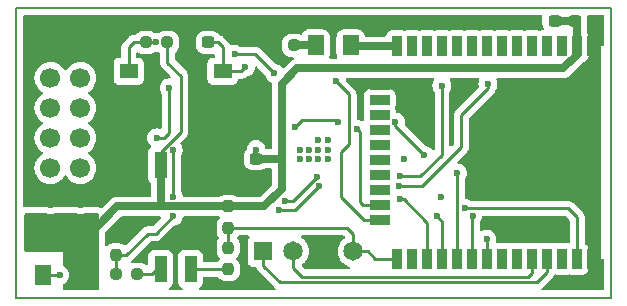
<source format=gbr>
%TF.GenerationSoftware,KiCad,Pcbnew,8.0.5*%
%TF.CreationDate,2024-11-24T20:06:06+03:00*%
%TF.ProjectId,pmod_esp32,706d6f64-5f65-4737-9033-322e6b696361,0.1*%
%TF.SameCoordinates,Original*%
%TF.FileFunction,Copper,L1,Top*%
%TF.FilePolarity,Positive*%
%FSLAX46Y46*%
G04 Gerber Fmt 4.6, Leading zero omitted, Abs format (unit mm)*
G04 Created by KiCad (PCBNEW 8.0.5) date 2024-11-24 20:06:06*
%MOMM*%
%LPD*%
G01*
G04 APERTURE LIST*
G04 Aperture macros list*
%AMRoundRect*
0 Rectangle with rounded corners*
0 $1 Rounding radius*
0 $2 $3 $4 $5 $6 $7 $8 $9 X,Y pos of 4 corners*
0 Add a 4 corners polygon primitive as box body*
4,1,4,$2,$3,$4,$5,$6,$7,$8,$9,$2,$3,0*
0 Add four circle primitives for the rounded corners*
1,1,$1+$1,$2,$3*
1,1,$1+$1,$4,$5*
1,1,$1+$1,$6,$7*
1,1,$1+$1,$8,$9*
0 Add four rect primitives between the rounded corners*
20,1,$1+$1,$2,$3,$4,$5,0*
20,1,$1+$1,$4,$5,$6,$7,0*
20,1,$1+$1,$6,$7,$8,$9,0*
20,1,$1+$1,$8,$9,$2,$3,0*%
G04 Aperture macros list end*
%TA.AperFunction,Conductor*%
%ADD10C,0.200000*%
%TD*%
%TA.AperFunction,ComponentPad*%
%ADD11C,1.695000*%
%TD*%
%TA.AperFunction,SMDPad,CuDef*%
%ADD12RoundRect,0.237500X0.237500X-0.250000X0.237500X0.250000X-0.237500X0.250000X-0.237500X-0.250000X0*%
%TD*%
%TA.AperFunction,SMDPad,CuDef*%
%ADD13RoundRect,0.237500X0.250000X0.237500X-0.250000X0.237500X-0.250000X-0.237500X0.250000X-0.237500X0*%
%TD*%
%TA.AperFunction,SMDPad,CuDef*%
%ADD14RoundRect,0.237500X-0.237500X0.250000X-0.237500X-0.250000X0.237500X-0.250000X0.237500X0.250000X0*%
%TD*%
%TA.AperFunction,SMDPad,CuDef*%
%ADD15RoundRect,0.237500X0.300000X0.237500X-0.300000X0.237500X-0.300000X-0.237500X0.300000X-0.237500X0*%
%TD*%
%TA.AperFunction,SMDPad,CuDef*%
%ADD16RoundRect,0.099000X-0.351000X0.751000X-0.351000X-0.751000X0.351000X-0.751000X0.351000X0.751000X0*%
%TD*%
%TA.AperFunction,SMDPad,CuDef*%
%ADD17R,4.000000X4.000000*%
%TD*%
%TA.AperFunction,SMDPad,CuDef*%
%ADD18RoundRect,0.099000X-0.751000X0.351000X-0.751000X-0.351000X0.751000X-0.351000X0.751000X0.351000X0*%
%TD*%
%TA.AperFunction,SMDPad,CuDef*%
%ADD19RoundRect,0.237500X-0.300000X-0.237500X0.300000X-0.237500X0.300000X0.237500X-0.300000X0.237500X0*%
%TD*%
%TA.AperFunction,SMDPad,CuDef*%
%ADD20RoundRect,0.250001X-0.462499X-0.624999X0.462499X-0.624999X0.462499X0.624999X-0.462499X0.624999X0*%
%TD*%
%TA.AperFunction,ComponentPad*%
%ADD21R,1.650000X1.650000*%
%TD*%
%TA.AperFunction,ComponentPad*%
%ADD22C,1.650000*%
%TD*%
%TA.AperFunction,SMDPad,CuDef*%
%ADD23R,1.100000X2.200000*%
%TD*%
%TA.AperFunction,SMDPad,CuDef*%
%ADD24R,1.550000X1.300000*%
%TD*%
%TA.AperFunction,ViaPad*%
%ADD25C,0.600000*%
%TD*%
%TA.AperFunction,Conductor*%
%ADD26C,0.254000*%
%TD*%
%TA.AperFunction,Conductor*%
%ADD27C,0.635000*%
%TD*%
G04 APERTURE END LIST*
%TO.N,/IO0*%
D10*
X189250000Y-35000000D02*
X239650000Y-35000000D01*
X239650000Y-59500000D01*
X189250000Y-59500000D01*
X189250000Y-35000000D01*
%TD*%
D11*
%TO.P,J2,1,1*%
%TO.N,Net-(J2-Pad1)*%
X194696000Y-40900000D03*
%TO.P,J2,2,2*%
%TO.N,Net-(J2-Pad2)*%
X194696000Y-43440000D03*
%TO.P,J2,3,3*%
%TO.N,Net-(J2-Pad3)*%
X194696000Y-45980000D03*
%TO.P,J2,4,4*%
%TO.N,Net-(J2-Pad4)*%
X194696000Y-48520000D03*
%TO.P,J2,5,5*%
%TO.N,/GND*%
X194696000Y-51060000D03*
%TO.P,J2,6,6*%
%TO.N,/VCC3V3*%
X194696000Y-53600000D03*
%TO.P,J2,7,7*%
%TO.N,Net-(J2-Pad7)*%
X192156000Y-40900000D03*
%TO.P,J2,8,8*%
%TO.N,Net-(J2-Pad8)*%
X192156000Y-43440000D03*
%TO.P,J2,9,9*%
%TO.N,Net-(J2-Pad9)*%
X192156000Y-45980000D03*
%TO.P,J2,10,10*%
%TO.N,Net-(J2-Pad10)*%
X192156000Y-48520000D03*
%TO.P,J2,11,11*%
%TO.N,/GND*%
X192156000Y-51060000D03*
%TO.P,J2,12,12*%
%TO.N,/VCC3V3*%
X192156000Y-53600000D03*
%TD*%
D12*
%TO.P,R7,1*%
%TO.N,/SELECT*%
X197700000Y-55912500D03*
%TO.P,R7,2*%
%TO.N,/GND*%
X197700000Y-54087500D03*
%TD*%
D13*
%TO.P,R6,1*%
%TO.N,Net-(R6-Pad1)*%
X199512500Y-57550000D03*
%TO.P,R6,2*%
%TO.N,/SELECT*%
X197687500Y-57550000D03*
%TD*%
D12*
%TO.P,R5,1*%
%TO.N,/IO0*%
X207200000Y-53612500D03*
%TO.P,R5,2*%
%TO.N,/VCC3V3*%
X207200000Y-51787500D03*
%TD*%
D14*
%TO.P,R4,1*%
%TO.N,/IO0*%
X207200000Y-55287500D03*
%TO.P,R4,2*%
%TO.N,Net-(R4-Pad2)*%
X207200000Y-57112500D03*
%TD*%
D15*
%TO.P,C4,2*%
%TO.N,/GND*%
X207837500Y-47750000D03*
%TO.P,C4,1*%
%TO.N,/VCC3V3*%
X209562500Y-47750000D03*
%TD*%
%TO.P,C3,2*%
%TO.N,/GND*%
X203787500Y-37900000D03*
%TO.P,C3,1*%
%TO.N,/EN*%
X205512500Y-37900000D03*
%TD*%
D16*
%TO.P,U1,1,GND*%
%TO.N,/GND*%
X238032500Y-38220000D03*
D17*
%TO.P,U1,1.1,GND*%
X230622500Y-46520000D03*
D16*
%TO.P,U1,2,3V3*%
%TO.N,/VCC3V3*%
X236762500Y-38220000D03*
%TO.P,U1,3,EN*%
%TO.N,/EN*%
X235492500Y-38220000D03*
%TO.P,U1,4,SENSOR_VP*%
%TO.N,unconnected-(U1-SENSOR_VP-Pad4)*%
X234222500Y-38220000D03*
%TO.P,U1,5,SENSOR_VN*%
%TO.N,unconnected-(U1-SENSOR_VN-Pad5)*%
X232952500Y-38220000D03*
%TO.P,U1,6,IO34*%
%TO.N,unconnected-(U1-IO34-Pad6)*%
X231682500Y-38220000D03*
%TO.P,U1,7,IO35*%
%TO.N,unconnected-(U1-IO35-Pad7)*%
X230412500Y-38220000D03*
%TO.P,U1,8,IO32*%
%TO.N,/GPIO*%
X229142500Y-38220000D03*
%TO.P,U1,9,IO33*%
%TO.N,unconnected-(U1-IO33-Pad9)*%
X227872500Y-38220000D03*
%TO.P,U1,10,IO25*%
%TO.N,unconnected-(U1-IO25-Pad10)*%
X226602500Y-38220000D03*
%TO.P,U1,11,IO26*%
%TO.N,/SELECT*%
X225332500Y-38220000D03*
%TO.P,U1,12,IO27*%
%TO.N,unconnected-(U1-IO27-Pad12)*%
X224062500Y-38220000D03*
%TO.P,U1,13,IO14*%
%TO.N,/RTS*%
X222792500Y-38220000D03*
%TO.P,U1,14,IO12*%
%TO.N,/LD0*%
X221522500Y-38220000D03*
D18*
%TO.P,U1,15,GND*%
%TO.N,/GND*%
X220022500Y-41505000D03*
%TO.P,U1,16,IO13*%
%TO.N,unconnected-(U1-IO13-Pad16)*%
X220022500Y-42775000D03*
%TO.P,U1,17,SHD/SD2*%
%TO.N,unconnected-(U1-SHD{slash}SD2-Pad17)*%
X220022500Y-44045000D03*
%TO.P,U1,18,SWP/SD3*%
%TO.N,unconnected-(U1-SWP{slash}SD3-Pad18)*%
X220022500Y-45315000D03*
%TO.P,U1,19,SCS/CMD*%
%TO.N,unconnected-(U1-SCS{slash}CMD-Pad19)*%
X220022500Y-46585000D03*
%TO.P,U1,20,SCK/CLK*%
%TO.N,unconnected-(U1-SCK{slash}CLK-Pad20)*%
X220022500Y-47855000D03*
%TO.P,U1,21,SDO/SD0*%
%TO.N,unconnected-(U1-SDO{slash}SD0-Pad21)*%
X220022500Y-49125000D03*
%TO.P,U1,22,SDI/SD1*%
%TO.N,unconnected-(U1-SDI{slash}SD1-Pad22)*%
X220022500Y-50395000D03*
%TO.P,U1,23,IO15*%
%TO.N,/CTS*%
X220022500Y-51665000D03*
%TO.P,U1,24,IO2*%
%TO.N,/INT*%
X220022500Y-52935000D03*
D16*
%TO.P,U1,25,IO0*%
%TO.N,/IO0*%
X221522500Y-56220000D03*
%TO.P,U1,26,IO4*%
%TO.N,unconnected-(U1-IO4-Pad26)*%
X222792500Y-56220000D03*
%TO.P,U1,27,IO16*%
%TO.N,/RXD*%
X224062500Y-56220000D03*
%TO.P,U1,28,IO17*%
%TO.N,/TXD*%
X225332500Y-56220000D03*
%TO.P,U1,29,IO5*%
%TO.N,/SS*%
X226602500Y-56220000D03*
%TO.P,U1,30,IO18*%
%TO.N,/SCK*%
X227872500Y-56220000D03*
%TO.P,U1,31,IO19*%
%TO.N,/MISO*%
X229142500Y-56220000D03*
%TO.P,U1,32*%
%TO.N,N/C*%
X230412500Y-56220000D03*
%TO.P,U1,33,IO21*%
%TO.N,unconnected-(U1-IO21-Pad33)*%
X231682500Y-56220000D03*
%TO.P,U1,34,RXD0*%
%TO.N,/RXD0*%
X232952500Y-56220000D03*
%TO.P,U1,35,TXD0*%
%TO.N,/TXD0*%
X234222500Y-56220000D03*
%TO.P,U1,36,IO22*%
%TO.N,unconnected-(U1-IO22-Pad36)*%
X235492500Y-56220000D03*
%TO.P,U1,37,IO23*%
%TO.N,/MOSI*%
X236762500Y-56220000D03*
%TO.P,U1,38,GND*%
%TO.N,/GND*%
X238032500Y-56220000D03*
%TD*%
D13*
%TO.P,R3,1*%
%TO.N,/VCC3V3*%
X202062500Y-37900000D03*
%TO.P,R3,2*%
%TO.N,/EN*%
X200237500Y-37900000D03*
%TD*%
D19*
%TO.P,C2,1*%
%TO.N,/GND*%
X233125000Y-36050000D03*
%TO.P,C2,2*%
%TO.N,/VCC3V3*%
X234850000Y-36050000D03*
%TD*%
D15*
%TO.P,C1,1*%
%TO.N,/GND*%
X238262500Y-36050000D03*
%TO.P,C1,2*%
%TO.N,/VCC3V3*%
X236537500Y-36050000D03*
%TD*%
D20*
%TO.P,LD1,1,K*%
%TO.N,Net-(LD1-K)*%
X191562500Y-57600000D03*
%TO.P,LD1,2,A*%
%TO.N,/VCC3V3*%
X194537500Y-57600000D03*
%TD*%
D21*
%TO.P,J1,1,1*%
%TO.N,/TXD0*%
X210190000Y-55600000D03*
D22*
%TO.P,J1,2,2*%
%TO.N,/RXD0*%
X212730000Y-55600000D03*
%TO.P,J1,3,3*%
%TO.N,/GND*%
X215270000Y-55600000D03*
%TO.P,J1,4,4*%
%TO.N,/IO0*%
X217810000Y-55600000D03*
%TD*%
D13*
%TO.P,R1,1*%
%TO.N,Net-(LD0-K)*%
X212775000Y-38150000D03*
%TO.P,R1,2*%
%TO.N,/GND*%
X210950000Y-38150000D03*
%TD*%
D23*
%TO.P,S2,A2*%
%TO.N,/GND*%
X204020000Y-48300000D03*
%TO.P,S2,A1*%
%TO.N,/VCC3V3*%
X201480000Y-48300000D03*
%TO.P,S2,2*%
%TO.N,Net-(R4-Pad2)*%
X204020000Y-57100000D03*
%TO.P,S2,1*%
%TO.N,Net-(R6-Pad1)*%
X201480000Y-57100000D03*
%TD*%
D20*
%TO.P,LD0,1,K*%
%TO.N,Net-(LD0-K)*%
X214612500Y-38150000D03*
%TO.P,LD0,2,A*%
%TO.N,/LD0*%
X217587500Y-38150000D03*
%TD*%
D24*
%TO.P,S1,1*%
%TO.N,/EN*%
X198775000Y-40350000D03*
%TO.P,S1,2*%
%TO.N,/GND*%
X198775000Y-44850000D03*
%TO.P,S1,3*%
%TO.N,/EN*%
X206725000Y-40350000D03*
%TO.P,S1,4*%
%TO.N,/GND*%
X206725000Y-44850000D03*
%TD*%
D25*
%TO.N,/GND*%
X238050000Y-58200000D03*
X238050000Y-54200000D03*
X238050000Y-53400000D03*
X238050000Y-52600000D03*
X238050000Y-51800000D03*
X238050000Y-51000000D03*
X238050000Y-50200000D03*
X238050000Y-49400000D03*
X238050000Y-48600000D03*
X238050000Y-47800000D03*
X238050000Y-47000000D03*
X238050000Y-46200000D03*
X238050000Y-45400000D03*
X238050000Y-44600000D03*
X238050000Y-43800000D03*
X238050000Y-43000000D03*
X238050000Y-42200000D03*
X238050000Y-41400000D03*
X238050000Y-40600000D03*
X237250000Y-58200000D03*
X237250000Y-51000000D03*
X237250000Y-50200000D03*
X237250000Y-49400000D03*
X237250000Y-48600000D03*
X237250000Y-47800000D03*
X237250000Y-47000000D03*
X237250000Y-46200000D03*
X237250000Y-45400000D03*
X237250000Y-44600000D03*
X237250000Y-43800000D03*
X237250000Y-43000000D03*
X237250000Y-42200000D03*
X237250000Y-41400000D03*
X236450000Y-58200000D03*
X236450000Y-51000000D03*
X236450000Y-50200000D03*
X236450000Y-49400000D03*
X236450000Y-48600000D03*
X236450000Y-47800000D03*
X236450000Y-47000000D03*
X236450000Y-46200000D03*
X236450000Y-45400000D03*
X236450000Y-44600000D03*
X236450000Y-43800000D03*
X236450000Y-43000000D03*
X236450000Y-42200000D03*
X236450000Y-41400000D03*
X235650000Y-58200000D03*
X235650000Y-54200000D03*
X235650000Y-51000000D03*
X235650000Y-50200000D03*
X235650000Y-49400000D03*
X235650000Y-48600000D03*
X235650000Y-47800000D03*
X235650000Y-47000000D03*
X235650000Y-46200000D03*
X235650000Y-45400000D03*
X235650000Y-44600000D03*
X235650000Y-43800000D03*
X235650000Y-43000000D03*
X235650000Y-42200000D03*
X235650000Y-41400000D03*
X234850000Y-54200000D03*
X234850000Y-53400000D03*
X234850000Y-51000000D03*
X234850000Y-50200000D03*
X234850000Y-49400000D03*
X234850000Y-48600000D03*
X234850000Y-47800000D03*
X234850000Y-47000000D03*
X234850000Y-46200000D03*
X234850000Y-45400000D03*
X234850000Y-44600000D03*
X234850000Y-43800000D03*
X234850000Y-43000000D03*
X234850000Y-42200000D03*
X234850000Y-41400000D03*
X234050000Y-54200000D03*
X234050000Y-53400000D03*
X234050000Y-51000000D03*
X234050000Y-50200000D03*
X234050000Y-49400000D03*
X234050000Y-48600000D03*
X234050000Y-47800000D03*
X234050000Y-47000000D03*
X234050000Y-46200000D03*
X234050000Y-45400000D03*
X234050000Y-44600000D03*
X234050000Y-43800000D03*
X234050000Y-43000000D03*
X234050000Y-42200000D03*
X234050000Y-41400000D03*
X233250000Y-54200000D03*
X233250000Y-53400000D03*
X233250000Y-51000000D03*
X233250000Y-50200000D03*
X233250000Y-49400000D03*
X233250000Y-43000000D03*
X233250000Y-42200000D03*
X233250000Y-41400000D03*
X232450000Y-54200000D03*
X232450000Y-53400000D03*
X232450000Y-51000000D03*
X232450000Y-50200000D03*
X232450000Y-49400000D03*
X232450000Y-43000000D03*
X232450000Y-42200000D03*
X232450000Y-41400000D03*
X231650000Y-54200000D03*
X231650000Y-53400000D03*
X231650000Y-51000000D03*
X231650000Y-50200000D03*
X231650000Y-49400000D03*
X231650000Y-43000000D03*
X231650000Y-42200000D03*
X231650000Y-41400000D03*
X230850000Y-54200000D03*
X230850000Y-53400000D03*
X230850000Y-51000000D03*
X230850000Y-50200000D03*
X230850000Y-49400000D03*
X230850000Y-43000000D03*
X230850000Y-42200000D03*
X230850000Y-41400000D03*
X230050000Y-51000000D03*
X230050000Y-50200000D03*
X230050000Y-49400000D03*
X230050000Y-43000000D03*
X229250000Y-51000000D03*
X229250000Y-50200000D03*
X229250000Y-49400000D03*
X228450000Y-50200000D03*
X228450000Y-49400000D03*
X227650000Y-41400000D03*
X226850000Y-42200000D03*
X226850000Y-41400000D03*
X225250000Y-51000000D03*
X223650000Y-43800000D03*
X222050000Y-47800000D03*
X215650000Y-47800000D03*
X215650000Y-47000000D03*
X215650000Y-46200000D03*
X214850000Y-47800000D03*
X214850000Y-47000000D03*
X214850000Y-46200000D03*
X214050000Y-47800000D03*
X214050000Y-47000000D03*
X213250000Y-47800000D03*
X213250000Y-47000000D03*
X209250000Y-58200000D03*
X209250000Y-57400000D03*
X207650000Y-36600000D03*
X206850000Y-43000000D03*
X206850000Y-36600000D03*
X206050000Y-50200000D03*
X206050000Y-42200000D03*
X205250000Y-55000000D03*
X205250000Y-54200000D03*
X205250000Y-53400000D03*
X204450000Y-55000000D03*
X204450000Y-54200000D03*
X204450000Y-53400000D03*
X203650000Y-55000000D03*
X203650000Y-54200000D03*
X203650000Y-36600000D03*
X202850000Y-55000000D03*
X202850000Y-54200000D03*
X202850000Y-36600000D03*
X202050000Y-55000000D03*
X199650000Y-50200000D03*
X198850000Y-50200000D03*
X198050000Y-50200000D03*
X197250000Y-50200000D03*
X196450000Y-50200000D03*
X191650000Y-36600000D03*
X190850000Y-37400000D03*
X190850000Y-36600000D03*
%TO.N,/VCC3V3*%
X209564382Y-46985618D03*
%TO.N,/EN*%
X205512500Y-37900000D03*
%TO.N,/RTS*%
X222792500Y-38220000D03*
%TO.N,/SS*%
X226600000Y-48950000D03*
%TO.N,/INT*%
X216350000Y-41200000D03*
X211100000Y-40500000D03*
X207750000Y-38900000D03*
%TO.N,/CTS*%
X218077000Y-45250000D03*
%TO.N,/SCK*%
X227900000Y-52600000D03*
X216500000Y-44627000D03*
X212850000Y-45100000D03*
%TO.N,/RXD*%
X221750000Y-51200000D03*
%TO.N,/MOSI*%
X227273000Y-51958591D03*
%TO.N,/TXD*%
X224850000Y-52600000D03*
%TO.N,/MISO*%
X229100000Y-54550000D03*
%TO.N,/SELECT*%
X225332500Y-38220000D03*
X225300000Y-41550000D03*
X221750000Y-49250000D03*
X214700000Y-49300000D03*
X212000000Y-51300000D03*
%TO.N,/GPIO*%
X229142500Y-38220000D03*
X229200000Y-41450000D03*
X221700000Y-50100000D03*
X214906131Y-50072991D03*
X211500000Y-52100000D03*
%TO.N,/EN*%
X235492500Y-38220000D03*
X201075000Y-37900000D03*
X208650000Y-40000000D03*
%TO.N,/SELECT*%
X202550000Y-47000000D03*
X202550000Y-50970000D03*
X202550000Y-52605000D03*
%TO.N,Net-(LD1-K)*%
X192950000Y-57600000D03*
%TO.N,/CTS{slash}SCK*%
X202200000Y-41750000D03*
X201150000Y-45977000D03*
%TO.N,/SCK*%
X223800000Y-47450000D03*
X221350000Y-44627000D03*
%TD*%
D26*
%TO.N,/VCC3V3*%
X209564382Y-46985618D02*
X209564382Y-47748118D01*
X209564382Y-47748118D02*
X209562500Y-47750000D01*
D27*
X211700000Y-47750000D02*
X209562500Y-47750000D01*
X211750000Y-47700000D02*
X211700000Y-47750000D01*
X211750000Y-47700000D02*
X211750000Y-41400000D01*
X211750000Y-50300000D02*
X211750000Y-47700000D01*
D26*
%TO.N,/CTS*%
X218615000Y-51665000D02*
X220022500Y-51665000D01*
X218350000Y-51400000D02*
X218615000Y-51665000D01*
X218350000Y-45523000D02*
X218350000Y-51400000D01*
X218077000Y-45250000D02*
X218350000Y-45523000D01*
%TO.N,/SCK*%
X221350000Y-44627000D02*
X221350000Y-45000000D01*
X221350000Y-45000000D02*
X223800000Y-47450000D01*
X213450000Y-44500000D02*
X212850000Y-45100000D01*
X216373000Y-44500000D02*
X213450000Y-44500000D01*
X216500000Y-44627000D02*
X216373000Y-44500000D01*
%TO.N,/TXD0*%
X233346000Y-58204000D02*
X234222500Y-57327500D01*
X234222500Y-57327500D02*
X234222500Y-56220000D01*
X210190000Y-56790000D02*
X211604000Y-58204000D01*
X210190000Y-55600000D02*
X210190000Y-56790000D01*
X211604000Y-58204000D02*
X233346000Y-58204000D01*
%TO.N,/RXD0*%
X232952500Y-57397500D02*
X232952500Y-56220000D01*
X232600000Y-57750000D02*
X232952500Y-57397500D01*
X213450000Y-57750000D02*
X232600000Y-57750000D01*
X212730000Y-57030000D02*
X213450000Y-57750000D01*
X212730000Y-55600000D02*
X212730000Y-57030000D01*
%TO.N,/SS*%
X226602500Y-51302500D02*
X226602500Y-56220000D01*
X226600000Y-51300000D02*
X226602500Y-51302500D01*
X226600000Y-48950000D02*
X226600000Y-51300000D01*
%TO.N,/MOSI*%
X236762500Y-52712500D02*
X236762500Y-56220000D01*
X236000000Y-51950000D02*
X236762500Y-52712500D01*
X227281591Y-51950000D02*
X236000000Y-51950000D01*
X227273000Y-51958591D02*
X227281591Y-51950000D01*
%TO.N,/INT*%
X218735000Y-52935000D02*
X220022500Y-52935000D01*
X217450000Y-46486712D02*
X216750000Y-47186712D01*
X217450000Y-42300000D02*
X217450000Y-46486712D01*
X216750000Y-50950000D02*
X218735000Y-52935000D01*
X216350000Y-41200000D02*
X217450000Y-42300000D01*
X216750000Y-47186712D02*
X216750000Y-50950000D01*
%TO.N,/GPIO*%
X214906131Y-50072991D02*
X212879122Y-52100000D01*
X212879122Y-52100000D02*
X211500000Y-52100000D01*
%TO.N,/SELECT*%
X212700000Y-51300000D02*
X212000000Y-51300000D01*
X214700000Y-49300000D02*
X212700000Y-51300000D01*
%TO.N,/INT*%
X209500000Y-38900000D02*
X211100000Y-40500000D01*
X207750000Y-38900000D02*
X209500000Y-38900000D01*
%TO.N,/SCK*%
X227900000Y-52600000D02*
X227872500Y-52627500D01*
X227872500Y-52627500D02*
X227872500Y-56220000D01*
%TO.N,/RXD*%
X224062500Y-53212500D02*
X224062500Y-56220000D01*
X222050000Y-51200000D02*
X224062500Y-53212500D01*
X221750000Y-51200000D02*
X222050000Y-51200000D01*
%TO.N,/TXD*%
X225332500Y-53082500D02*
X225332500Y-56220000D01*
X224850000Y-52600000D02*
X225332500Y-53082500D01*
%TO.N,/MISO*%
X229100000Y-54550000D02*
X229100000Y-56177500D01*
X229100000Y-56177500D02*
X229142500Y-56220000D01*
%TO.N,/SELECT*%
X225300000Y-47400000D02*
X225300000Y-41550000D01*
X221750000Y-49250000D02*
X223450000Y-49250000D01*
X223450000Y-49250000D02*
X225300000Y-47400000D01*
%TO.N,/GPIO*%
X229200000Y-41800000D02*
X229200000Y-41450000D01*
X226950000Y-44050000D02*
X229200000Y-41800000D01*
X223600000Y-50100000D02*
X226950000Y-46750000D01*
X221700000Y-50100000D02*
X223600000Y-50100000D01*
X226950000Y-46750000D02*
X226950000Y-44050000D01*
%TO.N,/EN*%
X200237500Y-37900000D02*
X201075000Y-37900000D01*
X208300000Y-40350000D02*
X208650000Y-40000000D01*
X206725000Y-40350000D02*
X208300000Y-40350000D01*
D27*
%TO.N,/VCC3V3*%
X236762500Y-38926606D02*
X236762500Y-38220000D01*
X235589106Y-40100000D02*
X236762500Y-38926606D01*
X213050000Y-40100000D02*
X235589106Y-40100000D01*
X211750000Y-41400000D02*
X213050000Y-40100000D01*
X207200000Y-51787500D02*
X210262500Y-51787500D01*
X210262500Y-51787500D02*
X211750000Y-50300000D01*
D26*
%TO.N,/SELECT*%
X198587500Y-55912500D02*
X197700000Y-55912500D01*
X202550000Y-52605000D02*
X201055000Y-54100000D01*
X201055000Y-54100000D02*
X200400000Y-54100000D01*
X200400000Y-54100000D02*
X198587500Y-55912500D01*
X202550000Y-50970000D02*
X202550000Y-47000000D01*
X197700000Y-57537500D02*
X197687500Y-57550000D01*
X197700000Y-55912500D02*
X197700000Y-57537500D01*
%TO.N,Net-(R6-Pad1)*%
X200750000Y-57550000D02*
X199512500Y-57550000D01*
X201200000Y-57100000D02*
X200750000Y-57550000D01*
X201480000Y-57100000D02*
X201200000Y-57100000D01*
%TO.N,/IO0*%
X219620000Y-56220000D02*
X221522500Y-56220000D01*
X217810000Y-55600000D02*
X219000000Y-55600000D01*
X219000000Y-55600000D02*
X219620000Y-56220000D01*
X217262500Y-53612500D02*
X207200000Y-53612500D01*
X217810000Y-54160000D02*
X217262500Y-53612500D01*
X217810000Y-55600000D02*
X217810000Y-54160000D01*
X207200000Y-53612500D02*
X207200000Y-55287500D01*
D27*
%TO.N,/VCC3V3*%
X236762500Y-36275000D02*
X236537500Y-36050000D01*
X236762500Y-38220000D02*
X236762500Y-36275000D01*
X234850000Y-36050000D02*
X236537500Y-36050000D01*
%TO.N,/LD0*%
X217657500Y-38220000D02*
X217587500Y-38150000D01*
X221522500Y-38220000D02*
X217657500Y-38220000D01*
D26*
%TO.N,/VCC3V3*%
X203200000Y-45450000D02*
X201480000Y-47170000D01*
X201480000Y-47170000D02*
X201480000Y-48300000D01*
X203200000Y-40750000D02*
X203200000Y-45450000D01*
X202062500Y-39612500D02*
X203200000Y-40750000D01*
X202062500Y-37900000D02*
X202062500Y-39612500D01*
D27*
X201480000Y-51757500D02*
X201480000Y-48300000D01*
X201450000Y-51787500D02*
X201480000Y-51757500D01*
X201450000Y-51787500D02*
X207200000Y-51787500D01*
X197812500Y-51787500D02*
X201450000Y-51787500D01*
X196000000Y-53600000D02*
X197812500Y-51787500D01*
X194696000Y-53600000D02*
X196000000Y-53600000D01*
D26*
%TO.N,Net-(LD1-K)*%
X191562500Y-57600000D02*
X192950000Y-57600000D01*
%TO.N,/EN*%
X206725000Y-38275000D02*
X206725000Y-40350000D01*
X206350000Y-37900000D02*
X206725000Y-38275000D01*
X205512500Y-37900000D02*
X206350000Y-37900000D01*
X199200000Y-37900000D02*
X198775000Y-38325000D01*
X200237500Y-37900000D02*
X199200000Y-37900000D01*
X198775000Y-38325000D02*
X198775000Y-40350000D01*
%TO.N,/CTS{slash}SCK*%
X202200000Y-45550000D02*
X202200000Y-41750000D01*
X201150000Y-45977000D02*
X201773000Y-45977000D01*
X201773000Y-45977000D02*
X202200000Y-45550000D01*
%TO.N,Net-(R4-Pad2)*%
X207187500Y-57100000D02*
X207200000Y-57112500D01*
X204020000Y-57100000D02*
X207187500Y-57100000D01*
D27*
%TO.N,Net-(LD0-K)*%
X212775000Y-38150000D02*
X214612500Y-38150000D01*
%TD*%
%TA.AperFunction,Conductor*%
%TO.N,/GND*%
G36*
X206443487Y-52625185D02*
G01*
X206489242Y-52677989D01*
X206499186Y-52747147D01*
X206470161Y-52810703D01*
X206464129Y-52817181D01*
X206379661Y-52901648D01*
X206289093Y-53048481D01*
X206289091Y-53048486D01*
X206286463Y-53056417D01*
X206234826Y-53212247D01*
X206234826Y-53212248D01*
X206234825Y-53212248D01*
X206224500Y-53313315D01*
X206224500Y-53911669D01*
X206224501Y-53911687D01*
X206234825Y-54012752D01*
X206271109Y-54122249D01*
X206289092Y-54176516D01*
X206375252Y-54316204D01*
X206379661Y-54323351D01*
X206418629Y-54362319D01*
X206452114Y-54423642D01*
X206447130Y-54493334D01*
X206418629Y-54537681D01*
X206379661Y-54576648D01*
X206289093Y-54723481D01*
X206289091Y-54723486D01*
X206286822Y-54730334D01*
X206234826Y-54887247D01*
X206234826Y-54887248D01*
X206234825Y-54887248D01*
X206224500Y-54988315D01*
X206224500Y-55586669D01*
X206224501Y-55586687D01*
X206234825Y-55687752D01*
X206271109Y-55797249D01*
X206289092Y-55851516D01*
X206351154Y-55952135D01*
X206379661Y-55998351D01*
X206493629Y-56112319D01*
X206527114Y-56173642D01*
X206522130Y-56243334D01*
X206493629Y-56287681D01*
X206379661Y-56401648D01*
X206379660Y-56401650D01*
X206372291Y-56413596D01*
X206320346Y-56460320D01*
X206266753Y-56472500D01*
X205194499Y-56472500D01*
X205127460Y-56452815D01*
X205081705Y-56400011D01*
X205070499Y-56348500D01*
X205070499Y-55952129D01*
X205070498Y-55952123D01*
X205070497Y-55952116D01*
X205064091Y-55892517D01*
X205048799Y-55851518D01*
X205013797Y-55757671D01*
X205013793Y-55757664D01*
X204927547Y-55642455D01*
X204927544Y-55642452D01*
X204812335Y-55556206D01*
X204812328Y-55556202D01*
X204677482Y-55505908D01*
X204677483Y-55505908D01*
X204617883Y-55499501D01*
X204617881Y-55499500D01*
X204617873Y-55499500D01*
X204617864Y-55499500D01*
X203422129Y-55499500D01*
X203422123Y-55499501D01*
X203362516Y-55505908D01*
X203227671Y-55556202D01*
X203227664Y-55556206D01*
X203112455Y-55642452D01*
X203112452Y-55642455D01*
X203026206Y-55757664D01*
X203026202Y-55757671D01*
X202975908Y-55892517D01*
X202969501Y-55952116D01*
X202969501Y-55952123D01*
X202969500Y-55952135D01*
X202969500Y-58247870D01*
X202969501Y-58247876D01*
X202975908Y-58307483D01*
X203026202Y-58442328D01*
X203026206Y-58442335D01*
X203112452Y-58557544D01*
X203112455Y-58557547D01*
X203227664Y-58643793D01*
X203227671Y-58643797D01*
X203269285Y-58659318D01*
X203325219Y-58701189D01*
X203349636Y-58766653D01*
X203334785Y-58834926D01*
X203285380Y-58884332D01*
X203225952Y-58899500D01*
X202274048Y-58899500D01*
X202207009Y-58879815D01*
X202161254Y-58827011D01*
X202151310Y-58757853D01*
X202180335Y-58694297D01*
X202230715Y-58659318D01*
X202272328Y-58643797D01*
X202272327Y-58643797D01*
X202272331Y-58643796D01*
X202387546Y-58557546D01*
X202473796Y-58442331D01*
X202524091Y-58307483D01*
X202530500Y-58247873D01*
X202530499Y-55952128D01*
X202524091Y-55892517D01*
X202508799Y-55851518D01*
X202473797Y-55757671D01*
X202473793Y-55757664D01*
X202387547Y-55642455D01*
X202387544Y-55642452D01*
X202272335Y-55556206D01*
X202272328Y-55556202D01*
X202137482Y-55505908D01*
X202137483Y-55505908D01*
X202077883Y-55499501D01*
X202077881Y-55499500D01*
X202077873Y-55499500D01*
X202077864Y-55499500D01*
X200882129Y-55499500D01*
X200882123Y-55499501D01*
X200822516Y-55505908D01*
X200687671Y-55556202D01*
X200687664Y-55556206D01*
X200572455Y-55642452D01*
X200572452Y-55642455D01*
X200486206Y-55757664D01*
X200486202Y-55757671D01*
X200435908Y-55892517D01*
X200429501Y-55952116D01*
X200429501Y-55952123D01*
X200429500Y-55952135D01*
X200429500Y-56636536D01*
X200409815Y-56703575D01*
X200357011Y-56749330D01*
X200287853Y-56759274D01*
X200228593Y-56733805D01*
X200223355Y-56729663D01*
X200076518Y-56639093D01*
X200076513Y-56639091D01*
X200075069Y-56638612D01*
X199912753Y-56584826D01*
X199912751Y-56584825D01*
X199811678Y-56574500D01*
X199213330Y-56574500D01*
X199213312Y-56574501D01*
X199114104Y-56584636D01*
X199045411Y-56571866D01*
X198994527Y-56523985D01*
X198977607Y-56456195D01*
X199000023Y-56390019D01*
X199013822Y-56373597D01*
X200623600Y-54763819D01*
X200684923Y-54730334D01*
X200711281Y-54727500D01*
X201116804Y-54727500D01*
X201116805Y-54727499D01*
X201238035Y-54703386D01*
X201320906Y-54669059D01*
X201352233Y-54656083D01*
X201455008Y-54587411D01*
X201542411Y-54500008D01*
X202611567Y-53430850D01*
X202672888Y-53397367D01*
X202685345Y-53395315D01*
X202729255Y-53390368D01*
X202899522Y-53330789D01*
X203052262Y-53234816D01*
X203179816Y-53107262D01*
X203275789Y-52954522D01*
X203335368Y-52784255D01*
X203335871Y-52779797D01*
X203343102Y-52715617D01*
X203370168Y-52651203D01*
X203427763Y-52611648D01*
X203466322Y-52605500D01*
X206376448Y-52605500D01*
X206443487Y-52625185D01*
G37*
%TD.AperFunction*%
%TA.AperFunction,Conductor*%
G36*
X208959613Y-54259685D02*
G01*
X209005368Y-54312489D01*
X209015312Y-54381647D01*
X208991840Y-54438311D01*
X208921206Y-54532664D01*
X208921202Y-54532671D01*
X208870908Y-54667517D01*
X208864501Y-54727116D01*
X208864500Y-54727135D01*
X208864500Y-56472870D01*
X208864501Y-56472876D01*
X208870908Y-56532483D01*
X208921202Y-56667328D01*
X208921206Y-56667335D01*
X209007452Y-56782544D01*
X209007455Y-56782547D01*
X209122664Y-56868793D01*
X209122671Y-56868797D01*
X209151842Y-56879677D01*
X209257517Y-56919091D01*
X209317127Y-56925500D01*
X209484070Y-56925499D01*
X209551109Y-56945183D01*
X209596864Y-56997987D01*
X209598629Y-57002042D01*
X209613604Y-57038191D01*
X209613605Y-57038197D01*
X209613606Y-57038197D01*
X209633913Y-57087226D01*
X209633920Y-57087238D01*
X209667499Y-57137492D01*
X209667500Y-57137493D01*
X209702590Y-57190010D01*
X209702591Y-57190011D01*
X211116589Y-58604008D01*
X211171899Y-58659318D01*
X211200400Y-58687819D01*
X211233884Y-58749143D01*
X211228900Y-58818834D01*
X211187028Y-58874768D01*
X211121563Y-58899184D01*
X211112718Y-58899500D01*
X204814048Y-58899500D01*
X204747009Y-58879815D01*
X204701254Y-58827011D01*
X204691310Y-58757853D01*
X204720335Y-58694297D01*
X204770715Y-58659318D01*
X204812328Y-58643797D01*
X204812327Y-58643797D01*
X204812331Y-58643796D01*
X204927546Y-58557546D01*
X205013796Y-58442331D01*
X205064091Y-58307483D01*
X205070500Y-58247873D01*
X205070500Y-57851500D01*
X205090185Y-57784461D01*
X205142989Y-57738706D01*
X205194500Y-57727500D01*
X206251332Y-57727500D01*
X206318371Y-57747185D01*
X206356870Y-57786403D01*
X206379657Y-57823346D01*
X206379660Y-57823350D01*
X206501650Y-57945340D01*
X206648484Y-58035908D01*
X206812247Y-58090174D01*
X206913323Y-58100500D01*
X207486676Y-58100499D01*
X207486684Y-58100498D01*
X207486687Y-58100498D01*
X207542030Y-58094844D01*
X207587753Y-58090174D01*
X207751516Y-58035908D01*
X207898350Y-57945340D01*
X208020340Y-57823350D01*
X208110908Y-57676516D01*
X208165174Y-57512753D01*
X208175500Y-57411677D01*
X208175499Y-56813324D01*
X208171694Y-56776079D01*
X208165174Y-56712247D01*
X208163571Y-56707411D01*
X208110908Y-56548484D01*
X208020340Y-56401650D01*
X207906371Y-56287681D01*
X207872886Y-56226358D01*
X207877870Y-56156666D01*
X207906371Y-56112319D01*
X207909765Y-56108925D01*
X208020340Y-55998350D01*
X208110908Y-55851516D01*
X208165174Y-55687753D01*
X208175500Y-55586677D01*
X208175499Y-54988324D01*
X208168979Y-54924501D01*
X208165174Y-54887247D01*
X208159381Y-54869766D01*
X208110908Y-54723484D01*
X208020340Y-54576650D01*
X207981371Y-54537681D01*
X207947886Y-54476358D01*
X207952870Y-54406666D01*
X207981371Y-54362319D01*
X207994010Y-54349680D01*
X208020340Y-54323350D01*
X208035418Y-54298905D01*
X208087365Y-54252179D01*
X208140957Y-54240000D01*
X208892574Y-54240000D01*
X208959613Y-54259685D01*
G37*
%TD.AperFunction*%
%TA.AperFunction,Conductor*%
G36*
X238992539Y-35620185D02*
G01*
X239038294Y-35672989D01*
X239049500Y-35724500D01*
X239049500Y-38070150D01*
X239029815Y-38137189D01*
X238977011Y-38182944D01*
X238925500Y-38194150D01*
X238803350Y-38194150D01*
X238803350Y-56220000D01*
X238925500Y-56220000D01*
X238992539Y-56239685D01*
X239038294Y-56292489D01*
X239049500Y-56344000D01*
X239049500Y-58775500D01*
X239029815Y-58842539D01*
X238977011Y-58888294D01*
X238925500Y-58899500D01*
X233837282Y-58899500D01*
X233770243Y-58879815D01*
X233724488Y-58827011D01*
X233714544Y-58757853D01*
X233743569Y-58694297D01*
X233749600Y-58687819D01*
X233778101Y-58659318D01*
X233833411Y-58604008D01*
X234709911Y-57727508D01*
X234717207Y-57716589D01*
X234778583Y-57624733D01*
X234785987Y-57606855D01*
X234829824Y-57552452D01*
X234896117Y-57530384D01*
X234948000Y-57539743D01*
X234984999Y-57555069D01*
X235102208Y-57570500D01*
X235102215Y-57570500D01*
X235882785Y-57570500D01*
X235882792Y-57570500D01*
X236000001Y-57555069D01*
X236080049Y-57521911D01*
X236149516Y-57514443D01*
X236174946Y-57521910D01*
X236254999Y-57555069D01*
X236372208Y-57570500D01*
X236372215Y-57570500D01*
X237152785Y-57570500D01*
X237152792Y-57570500D01*
X237270001Y-57555069D01*
X237415837Y-57494662D01*
X237541068Y-57398568D01*
X237637162Y-57273337D01*
X237697569Y-57127501D01*
X237713000Y-57010292D01*
X237713000Y-55429708D01*
X237697569Y-55312499D01*
X237637162Y-55166663D01*
X237541068Y-55041432D01*
X237541066Y-55041430D01*
X237541065Y-55041429D01*
X237438513Y-54962737D01*
X237397311Y-54906309D01*
X237390000Y-54864362D01*
X237390000Y-52650697D01*
X237385929Y-52630233D01*
X237380910Y-52605000D01*
X237380365Y-52602262D01*
X237368919Y-52544714D01*
X237365886Y-52529466D01*
X237330677Y-52444465D01*
X237318583Y-52415267D01*
X237273271Y-52347453D01*
X237249914Y-52312496D01*
X237249913Y-52312494D01*
X237215403Y-52277984D01*
X237162508Y-52225089D01*
X236781919Y-51844500D01*
X236400011Y-51462591D01*
X236398817Y-51461793D01*
X236398817Y-51461792D01*
X236297239Y-51393920D01*
X236297226Y-51393913D01*
X236261837Y-51379255D01*
X236261836Y-51379255D01*
X236183035Y-51346614D01*
X236183027Y-51346612D01*
X236061807Y-51322500D01*
X236061803Y-51322500D01*
X227800999Y-51322500D01*
X227735027Y-51303494D01*
X227729466Y-51300000D01*
X227622522Y-51232802D01*
X227568172Y-51213784D01*
X227452254Y-51173222D01*
X227452250Y-51173221D01*
X227337616Y-51160305D01*
X227273202Y-51133238D01*
X227233647Y-51075643D01*
X227227500Y-51037085D01*
X227227500Y-49491671D01*
X227246507Y-49425698D01*
X227325788Y-49299524D01*
X227350448Y-49229051D01*
X227385368Y-49129255D01*
X227385369Y-49129249D01*
X227405565Y-48950003D01*
X227405565Y-48949996D01*
X227385369Y-48770750D01*
X227385368Y-48770745D01*
X227365923Y-48715174D01*
X227325789Y-48600478D01*
X227229816Y-48447738D01*
X227102262Y-48320184D01*
X227072552Y-48301516D01*
X226949523Y-48224211D01*
X226779252Y-48164631D01*
X226714751Y-48157363D01*
X226650338Y-48130296D01*
X226610783Y-48072701D01*
X226608646Y-48002864D01*
X226640953Y-47946464D01*
X227437411Y-47150008D01*
X227506083Y-47047233D01*
X227553385Y-46933035D01*
X227562924Y-46885081D01*
X227577500Y-46811806D01*
X227577500Y-44361281D01*
X227597185Y-44294242D01*
X227613819Y-44273600D01*
X229687409Y-42200010D01*
X229687411Y-42200008D01*
X229700903Y-42179816D01*
X229756083Y-42097233D01*
X229794053Y-42005565D01*
X229797022Y-41998396D01*
X229823900Y-41958178D01*
X229829813Y-41952265D01*
X229829813Y-41952264D01*
X229829816Y-41952262D01*
X229925789Y-41799522D01*
X229985368Y-41629255D01*
X229991960Y-41570750D01*
X230005565Y-41450003D01*
X230005565Y-41449996D01*
X229985369Y-41270750D01*
X229985368Y-41270745D01*
X229925787Y-41100472D01*
X229923537Y-41095800D01*
X229912186Y-41026858D01*
X229939910Y-40962724D01*
X229997906Y-40923760D01*
X230035258Y-40918000D01*
X235669673Y-40918000D01*
X235669674Y-40917999D01*
X235827708Y-40886565D01*
X235924155Y-40846615D01*
X235976574Y-40824903D01*
X236110551Y-40735382D01*
X237273734Y-39572196D01*
X237273744Y-39572189D01*
X237283943Y-39561988D01*
X237283945Y-39561988D01*
X237288172Y-39557760D01*
X237328400Y-39530878D01*
X237415837Y-39494662D01*
X237541068Y-39398568D01*
X237637162Y-39273337D01*
X237697569Y-39127501D01*
X237713000Y-39010292D01*
X237713000Y-37429708D01*
X237697569Y-37312499D01*
X237667163Y-37239092D01*
X237637163Y-37166664D01*
X237637161Y-37166662D01*
X237606124Y-37126213D01*
X237580930Y-37061044D01*
X237580500Y-37050727D01*
X237580500Y-36194433D01*
X237577882Y-36181273D01*
X237575499Y-36157079D01*
X237575499Y-35763330D01*
X237575499Y-35763324D01*
X237574880Y-35757267D01*
X237572821Y-35737099D01*
X237585592Y-35668407D01*
X237633473Y-35617523D01*
X237696179Y-35600500D01*
X238925500Y-35600500D01*
X238992539Y-35620185D01*
G37*
%TD.AperFunction*%
%TA.AperFunction,Conductor*%
G36*
X217018258Y-54259685D02*
G01*
X217038900Y-54276319D01*
X217078785Y-54316204D01*
X217112270Y-54377527D01*
X217107286Y-54447219D01*
X217065414Y-54503152D01*
X217062228Y-54505460D01*
X216954730Y-54580730D01*
X216790731Y-54744729D01*
X216790726Y-54744735D01*
X216657701Y-54934714D01*
X216657699Y-54934718D01*
X216559681Y-55144917D01*
X216499651Y-55368948D01*
X216499650Y-55368955D01*
X216479437Y-55599998D01*
X216479437Y-55600001D01*
X216499650Y-55831044D01*
X216499651Y-55831051D01*
X216559678Y-56055074D01*
X216559679Y-56055076D01*
X216559680Y-56055079D01*
X216657699Y-56265282D01*
X216790730Y-56455269D01*
X216954731Y-56619270D01*
X217144718Y-56752301D01*
X217354921Y-56850320D01*
X217460929Y-56878725D01*
X217520589Y-56915090D01*
X217551118Y-56977937D01*
X217542823Y-57047313D01*
X217498338Y-57101191D01*
X217431786Y-57122465D01*
X217428835Y-57122500D01*
X213761281Y-57122500D01*
X213694242Y-57102815D01*
X213673600Y-57086181D01*
X213467096Y-56879677D01*
X213433611Y-56818354D01*
X213438595Y-56748662D01*
X213480467Y-56692729D01*
X213483614Y-56690449D01*
X213585269Y-56619270D01*
X213749270Y-56455269D01*
X213882301Y-56265282D01*
X213980320Y-56055079D01*
X214040349Y-55831050D01*
X214060563Y-55600000D01*
X214059397Y-55586677D01*
X214052331Y-55505908D01*
X214040349Y-55368950D01*
X213980320Y-55144921D01*
X213882301Y-54934719D01*
X213882299Y-54934716D01*
X213882298Y-54934714D01*
X213749273Y-54744735D01*
X213749268Y-54744729D01*
X213585269Y-54580730D01*
X213541382Y-54550000D01*
X213420810Y-54465574D01*
X213377186Y-54410998D01*
X213369994Y-54341499D01*
X213401516Y-54279145D01*
X213461746Y-54243731D01*
X213491935Y-54240000D01*
X216951219Y-54240000D01*
X217018258Y-54259685D01*
G37*
%TD.AperFunction*%
%TA.AperFunction,Conductor*%
G36*
X201429758Y-52625185D02*
G01*
X201475513Y-52677989D01*
X201485457Y-52747147D01*
X201456432Y-52810703D01*
X201450400Y-52817181D01*
X200831400Y-53436181D01*
X200770077Y-53469666D01*
X200743719Y-53472500D01*
X200338195Y-53472500D01*
X200216970Y-53496613D01*
X200216960Y-53496616D01*
X200102773Y-53543913D01*
X200102760Y-53543920D01*
X200036289Y-53588335D01*
X200036288Y-53588337D01*
X200002390Y-53610987D01*
X199999986Y-53612593D01*
X198550911Y-55061668D01*
X198489588Y-55095153D01*
X198419896Y-55090169D01*
X198398134Y-55079526D01*
X198251522Y-54989095D01*
X198251517Y-54989093D01*
X198251516Y-54989092D01*
X198087753Y-54934826D01*
X198087751Y-54934825D01*
X197986678Y-54924500D01*
X197413330Y-54924500D01*
X197413312Y-54924501D01*
X197312247Y-54934825D01*
X197148484Y-54989092D01*
X197148481Y-54989093D01*
X197001648Y-55079661D01*
X196967181Y-55114129D01*
X196905858Y-55147614D01*
X196836166Y-55142630D01*
X196780233Y-55100758D01*
X196755816Y-55035294D01*
X196755500Y-55026448D01*
X196755500Y-54052689D01*
X196775185Y-53985650D01*
X196791819Y-53965008D01*
X198115008Y-52641819D01*
X198176331Y-52608334D01*
X198202689Y-52605500D01*
X201362719Y-52605500D01*
X201429758Y-52625185D01*
G37*
%TD.AperFunction*%
%TA.AperFunction,Conductor*%
G36*
X235755758Y-52597185D02*
G01*
X235776400Y-52613819D01*
X236098681Y-52936100D01*
X236132166Y-52997423D01*
X236135000Y-53023781D01*
X236135000Y-54761309D01*
X236115315Y-54828348D01*
X236062511Y-54874103D01*
X235994815Y-54884248D01*
X235882801Y-54869501D01*
X235882798Y-54869500D01*
X235882792Y-54869500D01*
X235102208Y-54869500D01*
X235102200Y-54869500D01*
X234984999Y-54884931D01*
X234904951Y-54918087D01*
X234835482Y-54925554D01*
X234810049Y-54918087D01*
X234765227Y-54899522D01*
X234730001Y-54884931D01*
X234715349Y-54883002D01*
X234612799Y-54869500D01*
X234612792Y-54869500D01*
X233832208Y-54869500D01*
X233832200Y-54869500D01*
X233714999Y-54884931D01*
X233634951Y-54918087D01*
X233565482Y-54925554D01*
X233540049Y-54918087D01*
X233495227Y-54899522D01*
X233460001Y-54884931D01*
X233445349Y-54883002D01*
X233342799Y-54869500D01*
X233342792Y-54869500D01*
X232562208Y-54869500D01*
X232562200Y-54869500D01*
X232444999Y-54884931D01*
X232364951Y-54918087D01*
X232295482Y-54925554D01*
X232270049Y-54918087D01*
X232225227Y-54899522D01*
X232190001Y-54884931D01*
X232175349Y-54883002D01*
X232072799Y-54869500D01*
X232072792Y-54869500D01*
X231292208Y-54869500D01*
X231292200Y-54869500D01*
X231174999Y-54884931D01*
X231094951Y-54918087D01*
X231025482Y-54925554D01*
X231000049Y-54918087D01*
X230955227Y-54899522D01*
X230920001Y-54884931D01*
X230905349Y-54883002D01*
X230802799Y-54869500D01*
X230802792Y-54869500D01*
X230022208Y-54869500D01*
X230022201Y-54869500D01*
X230018156Y-54869766D01*
X230018054Y-54868224D01*
X229955351Y-54858427D01*
X229903109Y-54812031D01*
X229884244Y-54744756D01*
X229885015Y-54732385D01*
X229885566Y-54727500D01*
X229905565Y-54550000D01*
X229903612Y-54532669D01*
X229885369Y-54370750D01*
X229885368Y-54370745D01*
X229825788Y-54200476D01*
X229786582Y-54138080D01*
X229729816Y-54047738D01*
X229602262Y-53920184D01*
X229588722Y-53911676D01*
X229449523Y-53824211D01*
X229279254Y-53764631D01*
X229279249Y-53764630D01*
X229100004Y-53744435D01*
X229099996Y-53744435D01*
X228920750Y-53764630D01*
X228920745Y-53764631D01*
X228750476Y-53824211D01*
X228689972Y-53862229D01*
X228622735Y-53881229D01*
X228555900Y-53860861D01*
X228510686Y-53807593D01*
X228500000Y-53757235D01*
X228500000Y-53183039D01*
X228519685Y-53116000D01*
X228527055Y-53105724D01*
X228529810Y-53102267D01*
X228529816Y-53102262D01*
X228625789Y-52949522D01*
X228685368Y-52779255D01*
X228685369Y-52779250D01*
X228695694Y-52687616D01*
X228722761Y-52623202D01*
X228780356Y-52583647D01*
X228818914Y-52577500D01*
X235688719Y-52577500D01*
X235755758Y-52597185D01*
G37*
%TD.AperFunction*%
%TA.AperFunction,Conductor*%
G36*
X233758360Y-35620185D02*
G01*
X233804115Y-35672989D01*
X233814679Y-35737104D01*
X233812000Y-35763318D01*
X233812000Y-36336669D01*
X233812001Y-36336687D01*
X233822325Y-36437752D01*
X233858609Y-36547249D01*
X233876592Y-36601516D01*
X233925578Y-36680935D01*
X233944018Y-36748327D01*
X233923096Y-36814990D01*
X233869454Y-36859760D01*
X233836226Y-36868970D01*
X233714999Y-36884931D01*
X233634951Y-36918087D01*
X233565482Y-36925554D01*
X233540049Y-36918087D01*
X233498121Y-36900720D01*
X233460001Y-36884931D01*
X233445349Y-36883002D01*
X233342799Y-36869500D01*
X233342792Y-36869500D01*
X232562208Y-36869500D01*
X232562200Y-36869500D01*
X232444999Y-36884931D01*
X232364951Y-36918087D01*
X232295482Y-36925554D01*
X232270049Y-36918087D01*
X232228121Y-36900720D01*
X232190001Y-36884931D01*
X232175349Y-36883002D01*
X232072799Y-36869500D01*
X232072792Y-36869500D01*
X231292208Y-36869500D01*
X231292200Y-36869500D01*
X231174999Y-36884931D01*
X231094951Y-36918087D01*
X231025482Y-36925554D01*
X231000049Y-36918087D01*
X230958121Y-36900720D01*
X230920001Y-36884931D01*
X230905349Y-36883002D01*
X230802799Y-36869500D01*
X230802792Y-36869500D01*
X230022208Y-36869500D01*
X230022200Y-36869500D01*
X229904999Y-36884931D01*
X229824951Y-36918087D01*
X229755482Y-36925554D01*
X229730049Y-36918087D01*
X229688121Y-36900720D01*
X229650001Y-36884931D01*
X229635349Y-36883002D01*
X229532799Y-36869500D01*
X229532792Y-36869500D01*
X228752208Y-36869500D01*
X228752200Y-36869500D01*
X228634999Y-36884931D01*
X228554951Y-36918087D01*
X228485482Y-36925554D01*
X228460049Y-36918087D01*
X228418121Y-36900720D01*
X228380001Y-36884931D01*
X228365349Y-36883002D01*
X228262799Y-36869500D01*
X228262792Y-36869500D01*
X227482208Y-36869500D01*
X227482200Y-36869500D01*
X227364999Y-36884931D01*
X227284951Y-36918087D01*
X227215482Y-36925554D01*
X227190049Y-36918087D01*
X227148121Y-36900720D01*
X227110001Y-36884931D01*
X227095349Y-36883002D01*
X226992799Y-36869500D01*
X226992792Y-36869500D01*
X226212208Y-36869500D01*
X226212200Y-36869500D01*
X226094999Y-36884931D01*
X226014951Y-36918087D01*
X225945482Y-36925554D01*
X225920049Y-36918087D01*
X225878121Y-36900720D01*
X225840001Y-36884931D01*
X225825349Y-36883002D01*
X225722799Y-36869500D01*
X225722792Y-36869500D01*
X224942208Y-36869500D01*
X224942200Y-36869500D01*
X224824999Y-36884931D01*
X224744951Y-36918087D01*
X224675482Y-36925554D01*
X224650049Y-36918087D01*
X224608121Y-36900720D01*
X224570001Y-36884931D01*
X224555349Y-36883002D01*
X224452799Y-36869500D01*
X224452792Y-36869500D01*
X223672208Y-36869500D01*
X223672200Y-36869500D01*
X223554999Y-36884931D01*
X223474951Y-36918087D01*
X223405482Y-36925554D01*
X223380049Y-36918087D01*
X223338121Y-36900720D01*
X223300001Y-36884931D01*
X223285349Y-36883002D01*
X223182799Y-36869500D01*
X223182792Y-36869500D01*
X222402208Y-36869500D01*
X222402200Y-36869500D01*
X222284999Y-36884931D01*
X222204951Y-36918087D01*
X222135482Y-36925554D01*
X222110049Y-36918087D01*
X222068121Y-36900720D01*
X222030001Y-36884931D01*
X222015349Y-36883002D01*
X221912799Y-36869500D01*
X221912792Y-36869500D01*
X221132208Y-36869500D01*
X221132200Y-36869500D01*
X221014999Y-36884931D01*
X221014995Y-36884932D01*
X220869165Y-36945336D01*
X220743932Y-37041432D01*
X220647836Y-37166665D01*
X220584321Y-37320007D01*
X220582494Y-37319250D01*
X220551711Y-37369754D01*
X220488864Y-37400283D01*
X220468301Y-37402000D01*
X218889413Y-37402000D01*
X218822374Y-37382315D01*
X218776619Y-37329511D01*
X218771707Y-37317003D01*
X218770214Y-37312498D01*
X218734814Y-37205666D01*
X218715590Y-37174500D01*
X218642713Y-37056348D01*
X218642710Y-37056344D01*
X218518655Y-36932289D01*
X218518651Y-36932286D01*
X218369337Y-36840187D01*
X218369335Y-36840186D01*
X218286065Y-36812593D01*
X218202797Y-36785001D01*
X218202795Y-36785000D01*
X218100015Y-36774500D01*
X218100008Y-36774500D01*
X217074992Y-36774500D01*
X217074984Y-36774500D01*
X216972204Y-36785000D01*
X216972203Y-36785001D01*
X216805664Y-36840186D01*
X216805662Y-36840187D01*
X216656348Y-36932286D01*
X216656344Y-36932289D01*
X216532289Y-37056344D01*
X216532286Y-37056348D01*
X216440187Y-37205662D01*
X216440186Y-37205664D01*
X216385001Y-37372203D01*
X216385000Y-37372204D01*
X216374500Y-37474984D01*
X216374500Y-38825015D01*
X216385000Y-38927795D01*
X216385001Y-38927797D01*
X216405189Y-38988721D01*
X216440186Y-39094335D01*
X216443238Y-39100879D01*
X216441683Y-39101603D01*
X216457744Y-39160293D01*
X216436823Y-39226957D01*
X216383182Y-39271728D01*
X216333765Y-39282000D01*
X215866235Y-39282000D01*
X215799196Y-39262315D01*
X215753441Y-39209511D01*
X215743497Y-39140353D01*
X215757655Y-39101295D01*
X215756762Y-39100879D01*
X215759813Y-39094335D01*
X215759814Y-39094334D01*
X215814999Y-38927797D01*
X215825500Y-38825008D01*
X215825500Y-37474992D01*
X215814999Y-37372203D01*
X215759814Y-37205666D01*
X215740590Y-37174500D01*
X215667713Y-37056348D01*
X215667710Y-37056344D01*
X215543655Y-36932289D01*
X215543651Y-36932286D01*
X215394337Y-36840187D01*
X215394335Y-36840186D01*
X215311065Y-36812593D01*
X215227797Y-36785001D01*
X215227795Y-36785000D01*
X215125015Y-36774500D01*
X215125008Y-36774500D01*
X214099992Y-36774500D01*
X214099984Y-36774500D01*
X213997204Y-36785000D01*
X213997203Y-36785001D01*
X213830664Y-36840186D01*
X213830662Y-36840187D01*
X213681348Y-36932286D01*
X213681344Y-36932289D01*
X213557288Y-37056345D01*
X213478127Y-37184684D01*
X213426179Y-37231408D01*
X213357216Y-37242629D01*
X213333585Y-37237292D01*
X213254064Y-37210941D01*
X213175253Y-37184826D01*
X213175251Y-37184825D01*
X213074178Y-37174500D01*
X212475830Y-37174500D01*
X212475812Y-37174501D01*
X212374747Y-37184825D01*
X212210984Y-37239092D01*
X212210981Y-37239093D01*
X212064148Y-37329661D01*
X211942161Y-37451648D01*
X211851593Y-37598481D01*
X211851592Y-37598484D01*
X211797326Y-37762247D01*
X211797326Y-37762248D01*
X211797325Y-37762248D01*
X211787000Y-37863315D01*
X211787000Y-38436669D01*
X211787001Y-38436687D01*
X211797325Y-38537752D01*
X211817406Y-38598350D01*
X211851028Y-38699815D01*
X211851592Y-38701515D01*
X211851593Y-38701518D01*
X211863202Y-38720339D01*
X211942160Y-38848350D01*
X212064150Y-38970340D01*
X212210984Y-39060908D01*
X212374747Y-39115174D01*
X212475823Y-39125500D01*
X212641724Y-39125499D01*
X212708762Y-39145183D01*
X212754517Y-39197987D01*
X212764461Y-39267145D01*
X212735436Y-39330701D01*
X212689177Y-39364059D01*
X212662538Y-39375093D01*
X212662534Y-39375095D01*
X212582219Y-39428761D01*
X212582218Y-39428762D01*
X212528554Y-39464618D01*
X212498512Y-39494661D01*
X212414618Y-39578555D01*
X212414616Y-39578557D01*
X211942261Y-40050911D01*
X211880938Y-40084396D01*
X211811246Y-40079412D01*
X211755313Y-40037540D01*
X211749586Y-40029202D01*
X211746870Y-40024880D01*
X211729816Y-39997738D01*
X211602262Y-39870184D01*
X211569336Y-39849495D01*
X211449521Y-39774210D01*
X211279249Y-39714630D01*
X211235361Y-39709685D01*
X211170947Y-39682617D01*
X211161565Y-39674146D01*
X209900013Y-38412593D01*
X209900011Y-38412591D01*
X209888888Y-38405159D01*
X209888888Y-38405158D01*
X209797239Y-38343920D01*
X209797226Y-38343913D01*
X209763785Y-38330062D01*
X209683035Y-38296614D01*
X209683027Y-38296612D01*
X209561807Y-38272500D01*
X209561803Y-38272500D01*
X208291672Y-38272500D01*
X208225700Y-38253494D01*
X208099523Y-38174211D01*
X207929254Y-38114631D01*
X207929249Y-38114630D01*
X207750004Y-38094435D01*
X207749996Y-38094435D01*
X207570750Y-38114630D01*
X207570742Y-38114632D01*
X207477918Y-38147113D01*
X207408140Y-38150674D01*
X207347512Y-38115945D01*
X207322403Y-38077523D01*
X207281086Y-37977773D01*
X207281079Y-37977760D01*
X207212412Y-37874993D01*
X207175008Y-37837589D01*
X207125008Y-37787589D01*
X206950731Y-37613312D01*
X206750011Y-37412591D01*
X206750010Y-37412590D01*
X206738820Y-37405114D01*
X206727782Y-37397738D01*
X206654064Y-37348481D01*
X206647238Y-37343920D01*
X206647229Y-37343915D01*
X206612813Y-37329660D01*
X206589509Y-37320007D01*
X206533035Y-37296614D01*
X206533032Y-37296613D01*
X206533028Y-37296612D01*
X206495835Y-37289214D01*
X206433924Y-37256829D01*
X206414490Y-37232698D01*
X206395340Y-37201650D01*
X206273350Y-37079660D01*
X206126516Y-36989092D01*
X205962753Y-36934826D01*
X205962751Y-36934825D01*
X205861678Y-36924500D01*
X205163330Y-36924500D01*
X205163312Y-36924501D01*
X205062247Y-36934825D01*
X204898484Y-36989092D01*
X204898481Y-36989093D01*
X204751648Y-37079661D01*
X204629661Y-37201648D01*
X204539093Y-37348481D01*
X204539092Y-37348484D01*
X204484826Y-37512247D01*
X204484826Y-37512248D01*
X204484825Y-37512248D01*
X204474500Y-37613315D01*
X204474500Y-38186669D01*
X204474501Y-38186687D01*
X204484825Y-38287752D01*
X204503437Y-38343917D01*
X204539092Y-38451516D01*
X204629660Y-38598350D01*
X204751650Y-38720340D01*
X204898484Y-38810908D01*
X205062247Y-38865174D01*
X205163323Y-38875500D01*
X205861676Y-38875499D01*
X205960899Y-38865363D01*
X206029591Y-38878133D01*
X206080475Y-38926013D01*
X206097500Y-38988721D01*
X206097500Y-39075500D01*
X206077815Y-39142539D01*
X206025011Y-39188294D01*
X205973502Y-39199500D01*
X205902130Y-39199500D01*
X205902123Y-39199501D01*
X205842516Y-39205908D01*
X205707671Y-39256202D01*
X205707664Y-39256206D01*
X205592455Y-39342452D01*
X205592452Y-39342455D01*
X205506206Y-39457664D01*
X205506202Y-39457671D01*
X205455908Y-39592517D01*
X205449501Y-39652116D01*
X205449501Y-39652123D01*
X205449500Y-39652135D01*
X205449500Y-41047870D01*
X205449501Y-41047876D01*
X205455908Y-41107483D01*
X205506202Y-41242328D01*
X205506206Y-41242335D01*
X205592452Y-41357544D01*
X205592455Y-41357547D01*
X205707664Y-41443793D01*
X205707671Y-41443797D01*
X205842517Y-41494091D01*
X205842516Y-41494091D01*
X205849444Y-41494835D01*
X205902127Y-41500500D01*
X207547872Y-41500499D01*
X207607483Y-41494091D01*
X207742331Y-41443796D01*
X207857546Y-41357546D01*
X207943796Y-41242331D01*
X207994091Y-41107483D01*
X207996160Y-41088243D01*
X208022899Y-41023692D01*
X208080292Y-40983845D01*
X208119449Y-40977500D01*
X208361804Y-40977500D01*
X208361805Y-40977499D01*
X208483035Y-40953386D01*
X208563784Y-40919937D01*
X208597233Y-40906083D01*
X208681884Y-40849521D01*
X208700004Y-40837414D01*
X208700004Y-40837413D01*
X208700008Y-40837411D01*
X208711564Y-40825855D01*
X208772886Y-40792368D01*
X208785352Y-40790314D01*
X208829255Y-40785368D01*
X208999522Y-40725789D01*
X209152262Y-40629816D01*
X209279816Y-40502262D01*
X209375789Y-40349522D01*
X209435368Y-40179255D01*
X209437200Y-40163002D01*
X209452762Y-40024880D01*
X209479828Y-39960466D01*
X209537423Y-39920911D01*
X209607260Y-39918773D01*
X209663663Y-39951082D01*
X210274146Y-40561565D01*
X210307631Y-40622888D01*
X210309685Y-40635361D01*
X210314630Y-40679249D01*
X210374210Y-40849521D01*
X210470184Y-41002262D01*
X210597738Y-41129816D01*
X210750478Y-41225789D01*
X210848954Y-41260247D01*
X210905730Y-41300969D01*
X210931478Y-41365921D01*
X210932000Y-41377289D01*
X210932000Y-46808000D01*
X210912315Y-46875039D01*
X210859511Y-46920794D01*
X210808000Y-46932000D01*
X210474719Y-46932000D01*
X210407680Y-46912315D01*
X210361925Y-46859511D01*
X210351498Y-46821881D01*
X210349750Y-46806368D01*
X210349750Y-46806363D01*
X210290171Y-46636096D01*
X210194198Y-46483356D01*
X210066644Y-46355802D01*
X210020045Y-46326522D01*
X209913905Y-46259829D01*
X209743636Y-46200249D01*
X209743631Y-46200248D01*
X209564386Y-46180053D01*
X209564378Y-46180053D01*
X209385132Y-46200248D01*
X209385127Y-46200249D01*
X209214858Y-46259829D01*
X209062119Y-46355802D01*
X208934566Y-46483355D01*
X208838592Y-46636096D01*
X208779012Y-46806368D01*
X208765341Y-46927708D01*
X208738275Y-46992122D01*
X208729803Y-47001505D01*
X208679663Y-47051645D01*
X208589093Y-47198481D01*
X208589092Y-47198484D01*
X208534826Y-47362247D01*
X208534826Y-47362248D01*
X208534825Y-47362248D01*
X208524500Y-47463315D01*
X208524500Y-48036669D01*
X208524501Y-48036687D01*
X208534825Y-48137752D01*
X208570459Y-48245285D01*
X208583628Y-48285028D01*
X208589092Y-48301515D01*
X208589093Y-48301518D01*
X208617751Y-48347979D01*
X208679660Y-48448350D01*
X208801650Y-48570340D01*
X208948484Y-48660908D01*
X209112247Y-48715174D01*
X209213323Y-48725500D01*
X209911676Y-48725499D01*
X209911684Y-48725498D01*
X209911687Y-48725498D01*
X209967030Y-48719844D01*
X210012753Y-48715174D01*
X210176516Y-48660908D01*
X210297214Y-48586460D01*
X210362310Y-48568000D01*
X210808000Y-48568000D01*
X210875039Y-48587685D01*
X210920794Y-48640489D01*
X210932000Y-48692000D01*
X210932000Y-49909811D01*
X210912315Y-49976850D01*
X210895681Y-49997492D01*
X209959992Y-50933181D01*
X209898669Y-50966666D01*
X209872311Y-50969500D01*
X207957576Y-50969500D01*
X207892479Y-50951039D01*
X207873254Y-50939181D01*
X207804886Y-50897011D01*
X207751518Y-50864093D01*
X207751513Y-50864091D01*
X207734212Y-50858358D01*
X207587753Y-50809826D01*
X207587751Y-50809825D01*
X207486678Y-50799500D01*
X206913330Y-50799500D01*
X206913312Y-50799501D01*
X206812247Y-50809825D01*
X206648484Y-50864092D01*
X206648481Y-50864093D01*
X206569939Y-50912539D01*
X206526746Y-50939181D01*
X206507521Y-50951039D01*
X206442424Y-50969500D01*
X203466322Y-50969500D01*
X203399283Y-50949815D01*
X203353528Y-50897011D01*
X203343102Y-50859383D01*
X203335369Y-50790750D01*
X203335368Y-50790748D01*
X203335368Y-50790745D01*
X203275789Y-50620478D01*
X203196505Y-50494299D01*
X203177500Y-50428328D01*
X203177500Y-47541671D01*
X203196507Y-47475698D01*
X203275788Y-47349524D01*
X203280921Y-47334855D01*
X203335368Y-47179255D01*
X203338663Y-47150011D01*
X203355565Y-47000003D01*
X203355565Y-46999996D01*
X203335369Y-46820750D01*
X203335368Y-46820745D01*
X203330336Y-46806365D01*
X203275789Y-46650478D01*
X203179816Y-46497738D01*
X203179815Y-46497737D01*
X203178351Y-46495407D01*
X203159351Y-46428171D01*
X203179719Y-46361335D01*
X203195664Y-46341754D01*
X203415319Y-46122100D01*
X203687411Y-45850008D01*
X203756083Y-45747233D01*
X203803385Y-45633035D01*
X203822889Y-45534984D01*
X203827500Y-45511805D01*
X203827500Y-40688199D01*
X203825720Y-40679250D01*
X203825720Y-40679249D01*
X203814509Y-40622888D01*
X203803386Y-40566965D01*
X203758412Y-40458392D01*
X203756764Y-40453786D01*
X203687414Y-40349996D01*
X203687413Y-40349994D01*
X203686941Y-40349522D01*
X203600008Y-40262589D01*
X202726319Y-39388900D01*
X202692834Y-39327577D01*
X202690000Y-39301219D01*
X202690000Y-38840956D01*
X202709685Y-38773917D01*
X202748903Y-38735418D01*
X202773350Y-38720340D01*
X202895340Y-38598350D01*
X202985908Y-38451516D01*
X203040174Y-38287753D01*
X203050500Y-38186677D01*
X203050499Y-37613324D01*
X203040174Y-37512247D01*
X202985908Y-37348484D01*
X202895340Y-37201650D01*
X202773350Y-37079660D01*
X202626516Y-36989092D01*
X202462753Y-36934826D01*
X202462751Y-36934825D01*
X202361678Y-36924500D01*
X201763330Y-36924500D01*
X201763312Y-36924501D01*
X201662247Y-36934825D01*
X201498484Y-36989092D01*
X201498481Y-36989093D01*
X201351644Y-37079663D01*
X201345982Y-37084141D01*
X201344984Y-37082879D01*
X201291244Y-37112215D01*
X201251017Y-37114266D01*
X201075004Y-37094435D01*
X201075002Y-37094435D01*
X201075000Y-37094435D01*
X201062170Y-37095880D01*
X201030704Y-37099425D01*
X200961883Y-37087368D01*
X200951727Y-37081743D01*
X200801518Y-36989093D01*
X200801513Y-36989091D01*
X200800069Y-36988612D01*
X200637753Y-36934826D01*
X200637751Y-36934825D01*
X200536678Y-36924500D01*
X199938330Y-36924500D01*
X199938312Y-36924501D01*
X199837247Y-36934825D01*
X199673484Y-36989092D01*
X199673481Y-36989093D01*
X199526648Y-37079661D01*
X199404661Y-37201648D01*
X199404660Y-37201650D01*
X199397291Y-37213596D01*
X199345346Y-37260320D01*
X199291753Y-37272500D01*
X199138192Y-37272500D01*
X199016973Y-37296612D01*
X199016961Y-37296615D01*
X198978615Y-37312498D01*
X198978616Y-37312499D01*
X198902770Y-37343915D01*
X198902760Y-37343920D01*
X198822218Y-37397738D01*
X198822217Y-37397739D01*
X198799989Y-37412590D01*
X198799988Y-37412591D01*
X198450334Y-37762247D01*
X198374992Y-37837589D01*
X198349266Y-37863315D01*
X198287586Y-37924994D01*
X198287585Y-37924996D01*
X198218923Y-38027756D01*
X198218917Y-38027767D01*
X198206884Y-38056818D01*
X198171614Y-38141964D01*
X198171612Y-38141972D01*
X198150219Y-38249520D01*
X198150220Y-38249521D01*
X198147500Y-38263196D01*
X198147500Y-39075500D01*
X198127815Y-39142539D01*
X198075011Y-39188294D01*
X198023502Y-39199500D01*
X197952130Y-39199500D01*
X197952123Y-39199501D01*
X197892516Y-39205908D01*
X197757671Y-39256202D01*
X197757664Y-39256206D01*
X197642455Y-39342452D01*
X197642452Y-39342455D01*
X197556206Y-39457664D01*
X197556202Y-39457671D01*
X197505908Y-39592517D01*
X197499501Y-39652116D01*
X197499501Y-39652123D01*
X197499500Y-39652135D01*
X197499500Y-41047870D01*
X197499501Y-41047876D01*
X197505908Y-41107483D01*
X197556202Y-41242328D01*
X197556206Y-41242335D01*
X197642452Y-41357544D01*
X197642455Y-41357547D01*
X197757664Y-41443793D01*
X197757671Y-41443797D01*
X197892517Y-41494091D01*
X197892516Y-41494091D01*
X197899444Y-41494835D01*
X197952127Y-41500500D01*
X199597872Y-41500499D01*
X199657483Y-41494091D01*
X199792331Y-41443796D01*
X199907546Y-41357546D01*
X199993796Y-41242331D01*
X200044091Y-41107483D01*
X200050500Y-41047873D01*
X200050499Y-39652128D01*
X200044091Y-39592517D01*
X200038884Y-39578557D01*
X199993797Y-39457671D01*
X199993793Y-39457664D01*
X199907547Y-39342455D01*
X199907544Y-39342452D01*
X199792335Y-39256206D01*
X199792328Y-39256202D01*
X199657482Y-39205908D01*
X199657483Y-39205908D01*
X199597883Y-39199501D01*
X199597881Y-39199500D01*
X199597873Y-39199500D01*
X199597865Y-39199500D01*
X199526500Y-39199500D01*
X199459461Y-39179815D01*
X199413706Y-39127011D01*
X199402500Y-39075500D01*
X199402500Y-38865938D01*
X199422185Y-38798899D01*
X199474989Y-38753144D01*
X199544147Y-38743200D01*
X199591594Y-38760398D01*
X199673484Y-38810908D01*
X199837247Y-38865174D01*
X199938323Y-38875500D01*
X200536676Y-38875499D01*
X200536684Y-38875498D01*
X200536687Y-38875498D01*
X200592030Y-38869844D01*
X200637753Y-38865174D01*
X200801516Y-38810908D01*
X200948350Y-38720340D01*
X200948351Y-38720338D01*
X200951728Y-38718256D01*
X201019120Y-38699815D01*
X201030694Y-38700572D01*
X201075000Y-38705565D01*
X201075003Y-38705565D01*
X201251017Y-38685733D01*
X201319839Y-38697787D01*
X201345639Y-38716292D01*
X201345983Y-38715859D01*
X201351648Y-38720338D01*
X201351650Y-38720340D01*
X201376095Y-38735418D01*
X201422820Y-38787363D01*
X201435000Y-38840956D01*
X201435000Y-39674307D01*
X201459112Y-39795528D01*
X201459113Y-39795532D01*
X201459114Y-39795535D01*
X201481468Y-39849500D01*
X201506413Y-39909725D01*
X201506423Y-39909743D01*
X201575085Y-40012503D01*
X201575091Y-40012511D01*
X202295422Y-40732841D01*
X202328907Y-40794164D01*
X202323923Y-40863855D01*
X202282051Y-40919789D01*
X202216587Y-40944206D01*
X202206964Y-40944013D01*
X202206964Y-40944435D01*
X202199996Y-40944435D01*
X202020750Y-40964630D01*
X202020745Y-40964631D01*
X201850476Y-41024211D01*
X201697737Y-41120184D01*
X201570184Y-41247737D01*
X201474211Y-41400476D01*
X201414631Y-41570745D01*
X201414630Y-41570750D01*
X201394435Y-41749996D01*
X201394435Y-41750003D01*
X201414630Y-41929249D01*
X201414631Y-41929254D01*
X201474211Y-42099524D01*
X201553493Y-42225698D01*
X201572500Y-42291671D01*
X201572500Y-45101985D01*
X201552815Y-45169024D01*
X201500011Y-45214779D01*
X201430853Y-45224723D01*
X201407545Y-45219026D01*
X201329262Y-45191633D01*
X201329249Y-45191630D01*
X201150004Y-45171435D01*
X201149996Y-45171435D01*
X200970750Y-45191630D01*
X200970745Y-45191631D01*
X200800476Y-45251211D01*
X200647737Y-45347184D01*
X200520184Y-45474737D01*
X200424211Y-45627476D01*
X200364631Y-45797745D01*
X200364630Y-45797750D01*
X200344435Y-45976996D01*
X200344435Y-45977003D01*
X200364630Y-46156249D01*
X200364631Y-46156254D01*
X200424211Y-46326523D01*
X200520184Y-46479262D01*
X200649077Y-46608155D01*
X200682562Y-46669478D01*
X200677578Y-46739170D01*
X200635707Y-46795102D01*
X200572455Y-46842452D01*
X200572452Y-46842455D01*
X200486206Y-46957664D01*
X200486202Y-46957671D01*
X200435908Y-47092517D01*
X200429501Y-47152116D01*
X200429500Y-47152135D01*
X200429500Y-49447870D01*
X200429501Y-49447876D01*
X200435908Y-49507483D01*
X200486202Y-49642328D01*
X200486206Y-49642335D01*
X200572451Y-49757543D01*
X200572452Y-49757544D01*
X200572454Y-49757546D01*
X200612312Y-49787384D01*
X200654182Y-49843316D01*
X200662000Y-49886649D01*
X200662000Y-50845500D01*
X200642315Y-50912539D01*
X200589511Y-50958294D01*
X200538000Y-50969500D01*
X197731929Y-50969500D01*
X197573905Y-51000933D01*
X197573897Y-51000935D01*
X197459461Y-51048337D01*
X197459460Y-51048337D01*
X197425035Y-51062595D01*
X197291052Y-51152119D01*
X196549459Y-51893712D01*
X196488136Y-51927197D01*
X196418444Y-51922213D01*
X196410266Y-51918825D01*
X196335465Y-51884664D01*
X196335460Y-51884662D01*
X196335459Y-51884662D01*
X196271734Y-51865950D01*
X196268417Y-51864976D01*
X196190496Y-51853773D01*
X196126000Y-51844500D01*
X195106252Y-51844500D01*
X195073751Y-51846629D01*
X195040296Y-51848821D01*
X195040285Y-51848822D01*
X195008201Y-51853045D01*
X195008195Y-51853046D01*
X194943319Y-51865950D01*
X194943317Y-51865950D01*
X194853334Y-51890061D01*
X194832049Y-51893814D01*
X194711017Y-51904404D01*
X194711016Y-51904401D01*
X194710986Y-51904407D01*
X194706781Y-51904774D01*
X194685221Y-51904775D01*
X194684468Y-51904709D01*
X194681009Y-51904406D01*
X194680983Y-51904401D01*
X194680983Y-51904404D01*
X194559952Y-51893814D01*
X194538667Y-51890061D01*
X194448678Y-51865949D01*
X194383805Y-51853046D01*
X194383803Y-51853045D01*
X194356575Y-51849462D01*
X194351712Y-51848822D01*
X194285748Y-51844500D01*
X192566252Y-51844500D01*
X192533751Y-51846629D01*
X192500296Y-51848821D01*
X192500285Y-51848822D01*
X192468201Y-51853045D01*
X192468195Y-51853046D01*
X192403319Y-51865950D01*
X192403317Y-51865950D01*
X192313334Y-51890061D01*
X192292049Y-51893814D01*
X192171017Y-51904404D01*
X192171016Y-51904401D01*
X192170986Y-51904407D01*
X192166781Y-51904774D01*
X192145221Y-51904775D01*
X192144468Y-51904709D01*
X192141009Y-51904406D01*
X192140983Y-51904401D01*
X192140983Y-51904404D01*
X192019952Y-51893814D01*
X191998667Y-51890061D01*
X191908678Y-51865949D01*
X191843805Y-51853046D01*
X191843803Y-51853045D01*
X191816575Y-51849462D01*
X191811712Y-51848822D01*
X191745748Y-51844500D01*
X190074000Y-51844500D01*
X189987753Y-51853772D01*
X189918995Y-51841367D01*
X189867858Y-51793756D01*
X189850500Y-51730483D01*
X189850500Y-40899997D01*
X190802851Y-40899997D01*
X190802851Y-40900002D01*
X190823407Y-41134966D01*
X190823408Y-41134973D01*
X190852174Y-41242328D01*
X190883047Y-41357547D01*
X190884457Y-41362807D01*
X190984138Y-41576574D01*
X190984139Y-41576575D01*
X191119428Y-41769787D01*
X191286213Y-41936572D01*
X191474520Y-42068426D01*
X191518144Y-42123002D01*
X191525336Y-42192501D01*
X191493814Y-42254855D01*
X191474518Y-42271575D01*
X191286211Y-42403428D01*
X191119428Y-42570211D01*
X190984141Y-42763421D01*
X190984139Y-42763425D01*
X190884457Y-42977192D01*
X190823408Y-43205026D01*
X190823407Y-43205033D01*
X190802851Y-43439997D01*
X190802851Y-43440002D01*
X190823407Y-43674966D01*
X190823408Y-43674973D01*
X190844527Y-43753789D01*
X190881495Y-43891755D01*
X190884457Y-43902807D01*
X190984138Y-44116574D01*
X190984139Y-44116575D01*
X191119428Y-44309787D01*
X191286213Y-44476572D01*
X191474520Y-44608426D01*
X191518144Y-44663002D01*
X191525336Y-44732501D01*
X191493814Y-44794855D01*
X191474518Y-44811575D01*
X191286211Y-44943428D01*
X191119428Y-45110211D01*
X190984141Y-45303421D01*
X190984139Y-45303425D01*
X190884457Y-45517192D01*
X190823408Y-45745026D01*
X190823407Y-45745033D01*
X190802851Y-45979997D01*
X190802851Y-45980002D01*
X190823407Y-46214966D01*
X190823408Y-46214973D01*
X190836307Y-46263112D01*
X190883361Y-46438719D01*
X190884457Y-46442807D01*
X190984138Y-46656574D01*
X190993174Y-46669478D01*
X191119428Y-46849787D01*
X191286213Y-47016572D01*
X191474520Y-47148426D01*
X191518144Y-47203002D01*
X191525336Y-47272501D01*
X191493814Y-47334855D01*
X191474518Y-47351575D01*
X191286211Y-47483428D01*
X191119428Y-47650211D01*
X190984141Y-47843421D01*
X190984139Y-47843425D01*
X190884457Y-48057192D01*
X190823408Y-48285026D01*
X190823407Y-48285033D01*
X190802851Y-48519997D01*
X190802851Y-48520002D01*
X190823407Y-48754966D01*
X190823408Y-48754973D01*
X190884457Y-48982807D01*
X190984138Y-49196574D01*
X190984139Y-49196575D01*
X191119428Y-49389787D01*
X191286213Y-49556572D01*
X191479425Y-49691861D01*
X191693196Y-49791544D01*
X191921028Y-49852592D01*
X192088865Y-49867275D01*
X192155998Y-49873149D01*
X192156000Y-49873149D01*
X192156002Y-49873149D01*
X192214743Y-49868009D01*
X192390972Y-49852592D01*
X192618804Y-49791544D01*
X192832575Y-49691861D01*
X193025787Y-49556572D01*
X193192572Y-49389787D01*
X193324426Y-49201479D01*
X193379002Y-49157856D01*
X193448501Y-49150664D01*
X193510855Y-49182186D01*
X193527570Y-49201476D01*
X193659428Y-49389787D01*
X193826213Y-49556572D01*
X194019425Y-49691861D01*
X194233196Y-49791544D01*
X194461028Y-49852592D01*
X194628865Y-49867275D01*
X194695998Y-49873149D01*
X194696000Y-49873149D01*
X194696002Y-49873149D01*
X194754743Y-49868009D01*
X194930972Y-49852592D01*
X195158804Y-49791544D01*
X195372575Y-49691861D01*
X195565787Y-49556572D01*
X195732572Y-49389787D01*
X195867861Y-49196575D01*
X195967544Y-48982804D01*
X196028592Y-48754972D01*
X196049149Y-48520000D01*
X196048679Y-48514632D01*
X196041440Y-48431885D01*
X196028592Y-48285028D01*
X195967544Y-48057196D01*
X195867861Y-47843426D01*
X195867859Y-47843423D01*
X195867858Y-47843421D01*
X195732571Y-47650211D01*
X195565791Y-47483432D01*
X195565787Y-47483428D01*
X195377479Y-47351573D01*
X195333856Y-47296998D01*
X195326664Y-47227499D01*
X195358186Y-47165145D01*
X195377476Y-47148429D01*
X195565787Y-47016572D01*
X195732572Y-46849787D01*
X195867861Y-46656575D01*
X195967544Y-46442804D01*
X196028592Y-46214972D01*
X196049149Y-45980000D01*
X196046524Y-45950000D01*
X196037776Y-45850007D01*
X196028592Y-45745028D01*
X195967544Y-45517196D01*
X195867861Y-45303426D01*
X195867859Y-45303423D01*
X195867858Y-45303421D01*
X195732571Y-45110211D01*
X195565791Y-44943432D01*
X195565787Y-44943428D01*
X195377479Y-44811573D01*
X195333856Y-44756998D01*
X195326664Y-44687499D01*
X195358186Y-44625145D01*
X195377476Y-44608429D01*
X195565787Y-44476572D01*
X195732572Y-44309787D01*
X195867861Y-44116575D01*
X195967544Y-43902804D01*
X196028592Y-43674972D01*
X196049149Y-43440000D01*
X196046524Y-43410000D01*
X196028592Y-43205033D01*
X196028592Y-43205028D01*
X195967544Y-42977196D01*
X195867861Y-42763426D01*
X195867859Y-42763423D01*
X195867858Y-42763421D01*
X195732571Y-42570211D01*
X195565791Y-42403432D01*
X195565787Y-42403428D01*
X195377479Y-42271573D01*
X195333856Y-42216998D01*
X195326664Y-42147499D01*
X195358186Y-42085145D01*
X195377476Y-42068429D01*
X195565787Y-41936572D01*
X195732572Y-41769787D01*
X195867861Y-41576575D01*
X195967544Y-41362804D01*
X196028592Y-41134972D01*
X196049149Y-40900000D01*
X196044478Y-40846614D01*
X196033908Y-40725789D01*
X196028592Y-40665028D01*
X195967544Y-40437196D01*
X195867861Y-40223426D01*
X195867859Y-40223423D01*
X195867858Y-40223421D01*
X195732571Y-40030211D01*
X195565791Y-39863432D01*
X195565787Y-39863428D01*
X195372575Y-39728139D01*
X195372576Y-39728139D01*
X195372574Y-39728138D01*
X195158807Y-39628457D01*
X195158804Y-39628456D01*
X195024679Y-39592517D01*
X194930973Y-39567408D01*
X194930966Y-39567407D01*
X194696002Y-39546851D01*
X194695998Y-39546851D01*
X194461033Y-39567407D01*
X194461026Y-39567408D01*
X194233192Y-39628457D01*
X194019425Y-39728139D01*
X194019421Y-39728141D01*
X193826211Y-39863428D01*
X193659428Y-40030211D01*
X193527575Y-40218518D01*
X193472998Y-40262143D01*
X193403500Y-40269336D01*
X193341145Y-40237814D01*
X193324425Y-40218518D01*
X193192571Y-40030211D01*
X193025791Y-39863432D01*
X193025787Y-39863428D01*
X192832575Y-39728139D01*
X192832576Y-39728139D01*
X192832574Y-39728138D01*
X192618807Y-39628457D01*
X192618804Y-39628456D01*
X192484679Y-39592517D01*
X192390973Y-39567408D01*
X192390966Y-39567407D01*
X192156002Y-39546851D01*
X192155998Y-39546851D01*
X191921033Y-39567407D01*
X191921026Y-39567408D01*
X191693192Y-39628457D01*
X191479425Y-39728139D01*
X191479421Y-39728141D01*
X191286211Y-39863428D01*
X191119428Y-40030211D01*
X190984141Y-40223421D01*
X190984139Y-40223425D01*
X190884457Y-40437192D01*
X190823408Y-40665026D01*
X190823407Y-40665033D01*
X190802851Y-40899997D01*
X189850500Y-40899997D01*
X189850500Y-35724500D01*
X189870185Y-35657461D01*
X189922989Y-35611706D01*
X189974500Y-35600500D01*
X233691321Y-35600500D01*
X233758360Y-35620185D01*
G37*
%TD.AperFunction*%
%TA.AperFunction,Conductor*%
G36*
X224594381Y-40937685D02*
G01*
X224640136Y-40990489D01*
X224650080Y-41059647D01*
X224632336Y-41107972D01*
X224574211Y-41200476D01*
X224514631Y-41370745D01*
X224514630Y-41370750D01*
X224494435Y-41549996D01*
X224494435Y-41550003D01*
X224514630Y-41729249D01*
X224514631Y-41729254D01*
X224574211Y-41899524D01*
X224653493Y-42025698D01*
X224672500Y-42091671D01*
X224672500Y-46903553D01*
X224652815Y-46970592D01*
X224600011Y-47016347D01*
X224530853Y-47026291D01*
X224467297Y-46997266D01*
X224443507Y-46969527D01*
X224436053Y-46957664D01*
X224429816Y-46947738D01*
X224302262Y-46820184D01*
X224200439Y-46756204D01*
X224149521Y-46724210D01*
X223979249Y-46664630D01*
X223935361Y-46659685D01*
X223870947Y-46632617D01*
X223861565Y-46624146D01*
X222166693Y-44929274D01*
X222133208Y-44867951D01*
X222136555Y-44813664D01*
X222133819Y-44813040D01*
X222135365Y-44806261D01*
X222135368Y-44806255D01*
X222135369Y-44806247D01*
X222155565Y-44627003D01*
X222155565Y-44626996D01*
X222135369Y-44447750D01*
X222135368Y-44447745D01*
X222134229Y-44444491D01*
X222075789Y-44277478D01*
X222073352Y-44273600D01*
X221979815Y-44124737D01*
X221852262Y-43997184D01*
X221699521Y-43901210D01*
X221529249Y-43841630D01*
X221483115Y-43836432D01*
X221418701Y-43809364D01*
X221379147Y-43751769D01*
X221373000Y-43713212D01*
X221373000Y-43654714D01*
X221372999Y-43654700D01*
X221360872Y-43562590D01*
X221357569Y-43537499D01*
X221324411Y-43457450D01*
X221316943Y-43387984D01*
X221324410Y-43362553D01*
X221357569Y-43282501D01*
X221373000Y-43165292D01*
X221373000Y-42384708D01*
X221357569Y-42267499D01*
X221297162Y-42121663D01*
X221201068Y-41996432D01*
X221075837Y-41900338D01*
X221075836Y-41900337D01*
X221075834Y-41900336D01*
X220930004Y-41839932D01*
X220930002Y-41839931D01*
X220930001Y-41839931D01*
X220915349Y-41838002D01*
X220812799Y-41824500D01*
X220812792Y-41824500D01*
X219232208Y-41824500D01*
X219232200Y-41824500D01*
X219114999Y-41839931D01*
X219114995Y-41839932D01*
X218969165Y-41900336D01*
X218843932Y-41996432D01*
X218747836Y-42121665D01*
X218687432Y-42267495D01*
X218687431Y-42267499D01*
X218672000Y-42384700D01*
X218672000Y-43165299D01*
X218687431Y-43282500D01*
X218720587Y-43362549D01*
X218728054Y-43432018D01*
X218720587Y-43457451D01*
X218687431Y-43537499D01*
X218672000Y-43654700D01*
X218672000Y-44435299D01*
X218672471Y-44438870D01*
X218661706Y-44507905D01*
X218615326Y-44560161D01*
X218548057Y-44579047D01*
X218483560Y-44560050D01*
X218426521Y-44524210D01*
X218256249Y-44464630D01*
X218187616Y-44456897D01*
X218123202Y-44429830D01*
X218083647Y-44372235D01*
X218077500Y-44333677D01*
X218077500Y-42238195D01*
X218076387Y-42232602D01*
X218076387Y-42232591D01*
X218076386Y-42232592D01*
X218059459Y-42147499D01*
X218053386Y-42116965D01*
X218008412Y-42008392D01*
X218006764Y-42003786D01*
X217937414Y-41899996D01*
X217937413Y-41899994D01*
X217936941Y-41899522D01*
X217850008Y-41812589D01*
X217175852Y-41138433D01*
X217142367Y-41077110D01*
X217140313Y-41064634D01*
X217139327Y-41055882D01*
X217151382Y-40987060D01*
X217198732Y-40935681D01*
X217262547Y-40918000D01*
X224527342Y-40918000D01*
X224594381Y-40937685D01*
G37*
%TD.AperFunction*%
%TA.AperFunction,Conductor*%
G36*
X228431781Y-40937685D02*
G01*
X228477536Y-40990489D01*
X228487480Y-41059647D01*
X228476463Y-41095800D01*
X228474212Y-41100472D01*
X228414631Y-41270745D01*
X228414630Y-41270750D01*
X228394435Y-41449996D01*
X228394435Y-41450004D01*
X228414901Y-41631653D01*
X228402846Y-41700475D01*
X228379362Y-41733217D01*
X226947296Y-43165285D01*
X226549992Y-43562589D01*
X226506289Y-43606292D01*
X226462586Y-43649994D01*
X226462585Y-43649996D01*
X226393233Y-43753789D01*
X226391586Y-43758393D01*
X226346615Y-43866962D01*
X226346612Y-43866972D01*
X226324827Y-43976495D01*
X226324827Y-43976500D01*
X226322500Y-43988197D01*
X226322500Y-43988200D01*
X226322500Y-46438719D01*
X226302815Y-46505758D01*
X226286181Y-46526400D01*
X226139181Y-46673400D01*
X226077858Y-46706885D01*
X226008166Y-46701901D01*
X225952233Y-46660029D01*
X225927816Y-46594565D01*
X225927500Y-46585719D01*
X225927500Y-42091671D01*
X225946507Y-42025698D01*
X225959165Y-42005554D01*
X226002512Y-41936567D01*
X226025788Y-41899524D01*
X226046640Y-41839932D01*
X226085368Y-41729255D01*
X226088382Y-41702507D01*
X226105565Y-41550003D01*
X226105565Y-41549996D01*
X226085369Y-41370750D01*
X226085368Y-41370745D01*
X226080749Y-41357544D01*
X226025789Y-41200478D01*
X225986804Y-41138433D01*
X225967664Y-41107972D01*
X225948664Y-41040735D01*
X225969032Y-40973900D01*
X226022300Y-40928686D01*
X226072658Y-40918000D01*
X228364742Y-40918000D01*
X228431781Y-40937685D01*
G37*
%TD.AperFunction*%
%TD*%
%TA.AperFunction,Conductor*%
%TO.N,/VCC3V3*%
G36*
X191777841Y-52354224D02*
G01*
X191921028Y-52392592D01*
X192085270Y-52406961D01*
X192155998Y-52413149D01*
X192156000Y-52413149D01*
X192156002Y-52413149D01*
X192226730Y-52406961D01*
X192390972Y-52392592D01*
X192534158Y-52354224D01*
X192566252Y-52350000D01*
X194285748Y-52350000D01*
X194317841Y-52354224D01*
X194461028Y-52392592D01*
X194625270Y-52406961D01*
X194695998Y-52413149D01*
X194696000Y-52413149D01*
X194696002Y-52413149D01*
X194766730Y-52406961D01*
X194930972Y-52392592D01*
X195074158Y-52354224D01*
X195106252Y-52350000D01*
X196126000Y-52350000D01*
X196193039Y-52369685D01*
X196238794Y-52422489D01*
X196250000Y-52474000D01*
X196250000Y-58775500D01*
X196230315Y-58842539D01*
X196177511Y-58888294D01*
X196126000Y-58899500D01*
X193324000Y-58899500D01*
X193256961Y-58879815D01*
X193211206Y-58827011D01*
X193200000Y-58775500D01*
X193200000Y-58448596D01*
X193219685Y-58381557D01*
X193272489Y-58335802D01*
X193283042Y-58331555D01*
X193299522Y-58325789D01*
X193452262Y-58229816D01*
X193579816Y-58102262D01*
X193675789Y-57949522D01*
X193735368Y-57779255D01*
X193755565Y-57600000D01*
X193735368Y-57420745D01*
X193675789Y-57250478D01*
X193579816Y-57097738D01*
X193452262Y-56970184D01*
X193299524Y-56874212D01*
X193299525Y-56874212D01*
X193296803Y-56873259D01*
X193283042Y-56868444D01*
X193226268Y-56827722D01*
X193200522Y-56762769D01*
X193200000Y-56751404D01*
X193200000Y-55650000D01*
X190074000Y-55650000D01*
X190006961Y-55630315D01*
X189961206Y-55577511D01*
X189950000Y-55526000D01*
X189950000Y-52474000D01*
X189969685Y-52406961D01*
X190022489Y-52361206D01*
X190074000Y-52350000D01*
X191745748Y-52350000D01*
X191777841Y-52354224D01*
G37*
%TD.AperFunction*%
%TD*%
M02*

</source>
